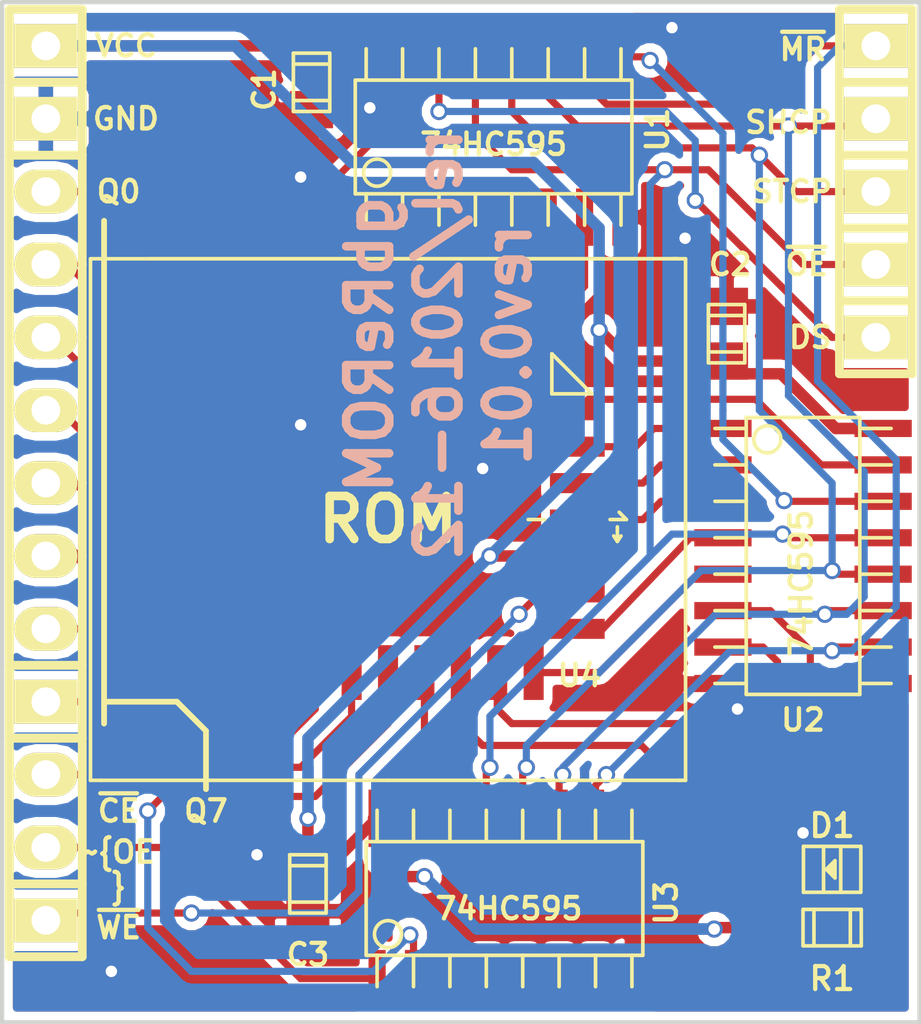
<source format=kicad_pcb>
(kicad_pcb (version 4) (host pcbnew 4.0.4-stable)

  (general
    (links 62)
    (no_connects 1)
    (area 137.084999 79.680999 169.239001 115.391001)
    (thickness 1.6)
    (drawings 26)
    (tracks 410)
    (zones 0)
    (modules 18)
    (nets 41)
  )

  (page A4)
  (title_block
    (title gbReROM)
    (date 2016-12-17)
    (rev 0.01)
    (company "1rel interactive")
  )

  (layers
    (0 F.Cu signal)
    (31 B.Cu signal)
    (32 B.Adhes user)
    (33 F.Adhes user)
    (34 B.Paste user)
    (35 F.Paste user)
    (36 B.SilkS user)
    (37 F.SilkS user)
    (38 B.Mask user)
    (39 F.Mask user)
    (40 Dwgs.User user)
    (41 Cmts.User user)
    (42 Eco1.User user)
    (43 Eco2.User user)
    (44 Edge.Cuts user)
    (45 Margin user)
    (46 B.CrtYd user)
    (47 F.CrtYd user)
    (48 B.Fab user)
    (49 F.Fab user)
  )

  (setup
    (last_trace_width 0.25)
    (trace_clearance 0.2)
    (zone_clearance 0.3)
    (zone_45_only yes)
    (trace_min 0.2)
    (segment_width 0.2)
    (edge_width 0.15)
    (via_size 0.6)
    (via_drill 0.4)
    (via_min_size 0.4)
    (via_min_drill 0.3)
    (uvia_size 0.3)
    (uvia_drill 0.1)
    (uvias_allowed no)
    (uvia_min_size 0.2)
    (uvia_min_drill 0.1)
    (pcb_text_width 0.3)
    (pcb_text_size 1.5 1.5)
    (mod_edge_width 0.15)
    (mod_text_size 1 1)
    (mod_text_width 0.15)
    (pad_size 1.524 1.524)
    (pad_drill 0.762)
    (pad_to_mask_clearance 0.2)
    (aux_axis_origin 0 0)
    (visible_elements FFFFFF7F)
    (pcbplotparams
      (layerselection 0x00030_80000001)
      (usegerberextensions false)
      (excludeedgelayer true)
      (linewidth 0.100000)
      (plotframeref false)
      (viasonmask false)
      (mode 1)
      (useauxorigin false)
      (hpglpennumber 1)
      (hpglpenspeed 20)
      (hpglpendiameter 15)
      (hpglpenoverlay 2)
      (psnegative false)
      (psa4output false)
      (plotreference true)
      (plotvalue true)
      (plotinvisibletext false)
      (padsonsilk false)
      (subtractmaskfromsilk false)
      (outputformat 1)
      (mirror false)
      (drillshape 1)
      (scaleselection 1)
      (outputdirectory ""))
  )

  (net 0 "")
  (net 1 VCC)
  (net 2 GND)
  (net 3 SERIAL_IN)
  (net 4 SHIFT_REG_CLK)
  (net 5 ~MASTER_RESET)
  (net 6 STO_REG_CLK)
  (net 7 ~OUTPUT_EN)
  (net 8 "Net-(U1-Pad9)")
  (net 9 "Net-(U2-Pad9)")
  (net 10 WE#)
  (net 11 OE#)
  (net 12 CE#)
  (net 13 Q0)
  (net 14 Q1)
  (net 15 Q2)
  (net 16 Q3)
  (net 17 Q4)
  (net 18 Q5)
  (net 19 Q6)
  (net 20 Q7)
  (net 21 A1)
  (net 22 A2)
  (net 23 A3)
  (net 24 A4)
  (net 25 A5)
  (net 26 A6)
  (net 27 A7)
  (net 28 A0)
  (net 29 A9)
  (net 30 A10)
  (net 31 A11)
  (net 32 A12)
  (net 33 A13)
  (net 34 A14)
  (net 35 A15)
  (net 36 A8)
  (net 37 A17)
  (net 38 A18)
  (net 39 A16)
  (net 40 "Net-(D1-Pad1)")

  (net_class Default "This is the default net class."
    (clearance 0.2)
    (trace_width 0.25)
    (via_dia 0.6)
    (via_drill 0.4)
    (uvia_dia 0.3)
    (uvia_drill 0.1)
    (add_net A0)
    (add_net A1)
    (add_net A10)
    (add_net A11)
    (add_net A12)
    (add_net A13)
    (add_net A14)
    (add_net A15)
    (add_net A16)
    (add_net A17)
    (add_net A18)
    (add_net A2)
    (add_net A3)
    (add_net A4)
    (add_net A5)
    (add_net A6)
    (add_net A7)
    (add_net A8)
    (add_net A9)
    (add_net CE#)
    (add_net "Net-(D1-Pad1)")
    (add_net "Net-(U1-Pad9)")
    (add_net "Net-(U2-Pad9)")
    (add_net OE#)
    (add_net Q0)
    (add_net Q1)
    (add_net Q2)
    (add_net Q3)
    (add_net Q4)
    (add_net Q5)
    (add_net Q6)
    (add_net Q7)
    (add_net SERIAL_IN)
    (add_net SHIFT_REG_CLK)
    (add_net STO_REG_CLK)
    (add_net WE#)
    (add_net ~MASTER_RESET)
    (add_net ~OUTPUT_EN)
  )

  (net_class PWR ""
    (clearance 0.3)
    (trace_width 0.4)
    (via_dia 0.6)
    (via_drill 0.4)
    (uvia_dia 0.3)
    (uvia_drill 0.1)
    (add_net GND)
    (add_net VCC)
  )

  (module 3M3221B1CT-ND (layer F.Cu) (tedit 5855E0E3) (tstamp 5855752B)
    (at 150.622 97.79 270)
    (path /58555B8E)
    (fp_text reference U4 (at 5.4356 -6.6802 360) (layer F.SilkS)
      (effects (font (size 0.7493 0.7493) (thickness 0.14986)))
    )
    (fp_text value MX29F040C (at 0.508 1.4605 270) (layer F.Fab) hide
      (effects (font (size 0.5 0.5) (thickness 0.125)))
    )
    (fp_line (start 9.09 -10.38) (end 9.09 -10.17) (layer F.SilkS) (width 0.127))
    (fp_line (start 9.09 -10.38) (end -9.09 -10.38) (layer F.SilkS) (width 0.127))
    (fp_line (start -9.09 -10.38) (end -9.09 -9.93) (layer F.SilkS) (width 0.127))
    (fp_line (start -9.09 10.38) (end -9.09 -10.13) (layer F.SilkS) (width 0.127))
    (fp_line (start -9.09 10.38) (end 9.09 10.38) (layer F.SilkS) (width 0.127))
    (fp_line (start 9.09 10.38) (end 9.09 10) (layer F.SilkS) (width 0.127))
    (fp_line (start 9.09 0) (end 9.09 10.02) (layer F.SilkS) (width 0.127))
    (fp_line (start 9.09 0) (end 9.09 -10.18) (layer F.SilkS) (width 0.127))
    (fp_line (start -9.09 0) (end -9.09 8.35) (layer F.SilkS) (width 0.127))
    (fp_line (start -9.09 0) (end -9.09 -10.13) (layer F.SilkS) (width 0.127))
    (fp_line (start 0.762 -8.001) (end 0.5715 -7.874) (layer F.SilkS) (width 0.127))
    (fp_line (start 0.254 -8.001) (end 0.762 -8.001) (layer F.SilkS) (width 0.127))
    (fp_line (start 0.762 -8.001) (end 0.5715 -8.128) (layer F.SilkS) (width 0.127))
    (fp_line (start 0 -8.3185) (end -0.254 -8.0645) (layer F.SilkS) (width 0.127))
    (fp_line (start -4.3815 -7.112) (end -5.7785 -5.715) (layer F.SilkS) (width 0.127))
    (fp_line (start -5.7785 -5.715) (end -4.3815 -5.715) (layer F.SilkS) (width 0.127))
    (fp_line (start -4.3815 -5.715) (end -4.3815 -7.112) (layer F.SilkS) (width 0.127))
    (fp_line (start 0 -5.461) (end 0 -4.8895) (layer F.SilkS) (width 0.127))
    (fp_line (start 0 -7.747) (end 0 -8.3185) (layer F.SilkS) (width 0.127))
    (pad 5 smd rect (at -5.334 -5.08) (size 0.7 1.91) (layers F.Cu F.Paste F.Mask)
      (net 27 A7))
    (pad 7 smd rect (at -5.334 -2.54) (size 0.7 1.91) (layers F.Cu F.Paste F.Mask)
      (net 25 A5))
    (pad 6 smd rect (at -5.334 -3.81) (size 0.7 1.91) (layers F.Cu F.Paste F.Mask)
      (net 26 A6))
    (pad 8 smd rect (at -5.334 -1.27) (size 0.7 1.91) (layers F.Cu F.Paste F.Mask)
      (net 24 A4))
    (pad 11 smd rect (at -5.334 2.54) (size 0.7 1.91) (layers F.Cu F.Paste F.Mask)
      (net 21 A1))
    (pad 9 smd rect (at -5.334 0) (size 0.7 1.91) (layers F.Cu F.Paste F.Mask)
      (net 23 A3))
    (pad 10 smd rect (at -5.334 1.27) (size 0.7 1.91) (layers F.Cu F.Paste F.Mask)
      (net 22 A2))
    (pad 12 smd rect (at -5.334 3.81) (size 0.7 1.91) (layers F.Cu F.Paste F.Mask)
      (net 28 A0))
    (pad 13 smd rect (at -5.334 5.08) (size 0.7 1.91) (layers F.Cu F.Paste F.Mask)
      (net 13 Q0))
    (pad 15 smd rect (at -2.54 6.604 270) (size 0.7 1.91) (layers F.Cu F.Paste F.Mask)
      (net 15 Q2))
    (pad 16 smd rect (at -1.27 6.604 270) (size 0.7 1.91) (layers F.Cu F.Paste F.Mask)
      (net 2 GND))
    (pad 14 smd rect (at -3.81 6.604 270) (size 0.7 1.91) (layers F.Cu F.Paste F.Mask)
      (net 14 Q1))
    (pad 17 smd rect (at 0 6.604 270) (size 0.7 1.91) (layers F.Cu F.Paste F.Mask)
      (net 16 Q3))
    (pad 19 smd rect (at 2.54 6.604 270) (size 0.7 1.91) (layers F.Cu F.Paste F.Mask)
      (net 18 Q5))
    (pad 18 smd rect (at 1.27 6.604 270) (size 0.7 1.91) (layers F.Cu F.Paste F.Mask)
      (net 17 Q4))
    (pad 20 smd rect (at 3.81 6.604 270) (size 0.7 1.91) (layers F.Cu F.Paste F.Mask)
      (net 19 Q6))
    (pad 21 smd rect (at 5.334 5.08) (size 0.7 1.91) (layers F.Cu F.Paste F.Mask)
      (net 20 Q7))
    (pad 22 smd rect (at 5.334 3.81) (size 0.7 1.91) (layers F.Cu F.Paste F.Mask)
      (net 12 CE#))
    (pad 24 smd rect (at 5.334 1.27) (size 0.7 1.91) (layers F.Cu F.Paste F.Mask)
      (net 11 OE#))
    (pad 25 smd rect (at 5.334 0) (size 0.7 1.91) (layers F.Cu F.Paste F.Mask)
      (net 31 A11))
    (pad 23 smd rect (at 5.334 2.54) (size 0.7 1.91) (layers F.Cu F.Paste F.Mask)
      (net 30 A10))
    (pad 26 smd rect (at 5.334 -1.27) (size 0.7 1.91) (layers F.Cu F.Paste F.Mask)
      (net 29 A9))
    (pad 28 smd rect (at 5.334 -3.81) (size 0.7 1.91) (layers F.Cu F.Paste F.Mask)
      (net 33 A13))
    (pad 27 smd rect (at 5.334 -2.54) (size 0.7 1.91) (layers F.Cu F.Paste F.Mask)
      (net 36 A8))
    (pad 29 smd rect (at 5.334 -5.08) (size 0.7 1.91) (layers F.Cu F.Paste F.Mask)
      (net 34 A14))
    (pad 30 smd rect (at 3.81 -6.604 270) (size 0.7 1.91) (layers F.Cu F.Paste F.Mask)
      (net 37 A17))
    (pad 32 smd rect (at 1.27 -6.604 270) (size 0.7 1.91) (layers F.Cu F.Paste F.Mask)
      (net 1 VCC))
    (pad 31 smd rect (at 2.54 -6.604 270) (size 0.7 1.91) (layers F.Cu F.Paste F.Mask)
      (net 10 WE#))
    (pad 1 smd rect (at 0 -6.604 270) (size 0.7 1.91) (layers F.Cu F.Paste F.Mask)
      (net 38 A18))
    (pad 4 smd rect (at -3.81 -6.604 270) (size 0.7 1.91) (layers F.Cu F.Paste F.Mask)
      (net 32 A12))
    (pad 2 smd rect (at -1.27 -6.604 270) (size 0.7 1.91) (layers F.Cu F.Paste F.Mask)
      (net 39 A16))
    (pad 3 smd rect (at -2.54 -6.604 270) (size 0.7 1.91) (layers F.Cu F.Paste F.Mask)
      (net 35 A15))
  )

  (module w_pin_strip:pin_socket_3 (layer F.Cu) (tedit 58558B62) (tstamp 58555B72)
    (at 138.684 109.22 90)
    (descr "Pin socket 3pin")
    (tags "CONN DEV")
    (path /58559B97)
    (fp_text reference K1 (at 0 -2.159 90) (layer F.SilkS) hide
      (effects (font (size 1.016 1.016) (thickness 0.2032)))
    )
    (fp_text value CONN_3 (at 0.254 -3.556 90) (layer F.SilkS) hide
      (effects (font (size 1.016 0.889) (thickness 0.2032)))
    )
    (fp_line (start -1.27 1.27) (end -1.27 -1.27) (layer F.SilkS) (width 0.3048))
    (fp_line (start -3.81 -1.27) (end 3.81 -1.27) (layer F.SilkS) (width 0.3048))
    (fp_line (start 3.81 -1.27) (end 3.81 1.27) (layer F.SilkS) (width 0.3048))
    (fp_line (start 3.81 1.27) (end -3.81 1.27) (layer F.SilkS) (width 0.3048))
    (fp_line (start -3.81 1.27) (end -3.81 -1.27) (layer F.SilkS) (width 0.3048))
    (pad 1 thru_hole rect (at -2.54 0 90) (size 1.524 2.19964) (drill 1.00076) (layers *.Cu *.Mask F.SilkS)
      (net 10 WE#))
    (pad 2 thru_hole oval (at 0 0 90) (size 1.524 2.19964) (drill 1.00076) (layers *.Cu *.Mask F.SilkS)
      (net 11 OE#))
    (pad 3 thru_hole oval (at 2.54 0 90) (size 1.524 2.19964) (drill 1.00076) (layers *.Cu *.Mask F.SilkS)
      (net 12 CE#))
    (model walter/pin_strip/pin_socket_3.wrl
      (at (xyz 0 0 0))
      (scale (xyz 1 1 1))
      (rotate (xyz 0 0 0))
    )
  )

  (module w_pin_strip:pin_socket_8 (layer F.Cu) (tedit 58558B65) (tstamp 58555B7E)
    (at 138.684 95.25 90)
    (descr "Pin socket 8pin")
    (tags "CONN DEV")
    (path /58559632)
    (fp_text reference P1 (at 0 -2.159 180) (layer F.SilkS) hide
      (effects (font (size 1.016 1.016) (thickness 0.2032)))
    )
    (fp_text value CONN_8 (at 0.254 -3.556 90) (layer F.SilkS) hide
      (effects (font (size 1.016 0.889) (thickness 0.2032)))
    )
    (fp_line (start -7.62 -1.27) (end -7.62 1.27) (layer F.SilkS) (width 0.3048))
    (fp_line (start -10.16 -1.27) (end 10.16 -1.27) (layer F.SilkS) (width 0.3048))
    (fp_line (start 10.16 -1.27) (end 10.16 1.27) (layer F.SilkS) (width 0.3048))
    (fp_line (start 10.16 1.27) (end -10.16 1.27) (layer F.SilkS) (width 0.3048))
    (fp_line (start -10.16 1.27) (end -10.16 -1.27) (layer F.SilkS) (width 0.3048))
    (pad 1 thru_hole rect (at -8.89 0 90) (size 1.524 2.19964) (drill 1.00076) (layers *.Cu *.Mask F.SilkS)
      (net 20 Q7))
    (pad 2 thru_hole oval (at -6.35 0 90) (size 1.524 2.19964) (drill 1.00076) (layers *.Cu *.Mask F.SilkS)
      (net 19 Q6))
    (pad 3 thru_hole oval (at -3.81 0 90) (size 1.524 2.19964) (drill 1.00076) (layers *.Cu *.Mask F.SilkS)
      (net 18 Q5))
    (pad 4 thru_hole oval (at -1.27 0 90) (size 1.524 2.19964) (drill 1.00076) (layers *.Cu *.Mask F.SilkS)
      (net 17 Q4))
    (pad 5 thru_hole oval (at 1.27 0 90) (size 1.524 2.19964) (drill 1.00076) (layers *.Cu *.Mask F.SilkS)
      (net 16 Q3))
    (pad 6 thru_hole oval (at 3.81 0 90) (size 1.524 2.19964) (drill 1.00076) (layers *.Cu *.Mask F.SilkS)
      (net 15 Q2))
    (pad 7 thru_hole oval (at 6.35 0 90) (size 1.524 2.19964) (drill 1.00076) (layers *.Cu *.Mask F.SilkS)
      (net 14 Q1))
    (pad 8 thru_hole oval (at 8.89 0 90) (size 1.524 2.19964) (drill 1.00076) (layers *.Cu *.Mask F.SilkS)
      (net 13 Q0))
    (model walter/pin_strip/pin_socket_8.wrl
      (at (xyz 0 0 0))
      (scale (xyz 1 1 1))
      (rotate (xyz 0 0 0))
    )
  )

  (module w_pin_strip:pin_socket_1 (layer F.Cu) (tedit 58557A6E) (tstamp 58555B83)
    (at 138.684 81.28 90)
    (descr "Pin socket 1pin")
    (tags "CONN DEV")
    (path /58554A02)
    (fp_text reference P2 (at 0 -2.159 90) (layer F.SilkS) hide
      (effects (font (size 1.016 1.016) (thickness 0.2032)))
    )
    (fp_text value CONN_1 (at 0.254 -3.556 90) (layer F.SilkS) hide
      (effects (font (size 1.016 0.889) (thickness 0.2032)))
    )
    (fp_line (start 1.27 1.27) (end -1.27 1.27) (layer F.SilkS) (width 0.3048))
    (fp_line (start -1.27 -1.27) (end 1.27 -1.27) (layer F.SilkS) (width 0.3048))
    (fp_line (start -1.27 1.27) (end -1.27 -1.27) (layer F.SilkS) (width 0.3048))
    (fp_line (start 1.27 -1.27) (end 1.27 1.27) (layer F.SilkS) (width 0.3048))
    (pad 1 thru_hole rect (at 0 0 90) (size 1.524 2.19964) (drill 1.00076) (layers *.Cu *.Mask F.SilkS)
      (net 1 VCC))
    (model walter/pin_strip/pin_socket_1.wrl
      (at (xyz 0 0 0))
      (scale (xyz 1 1 1))
      (rotate (xyz 0 0 0))
    )
  )

  (module w_pin_strip:pin_socket_1 (layer F.Cu) (tedit 58557A70) (tstamp 58555B88)
    (at 138.684 83.82 90)
    (descr "Pin socket 1pin")
    (tags "CONN DEV")
    (path /58554AE1)
    (fp_text reference P3 (at 0 -2.159 90) (layer F.SilkS) hide
      (effects (font (size 1.016 1.016) (thickness 0.2032)))
    )
    (fp_text value CONN_1 (at 0.254 -3.556 90) (layer F.SilkS) hide
      (effects (font (size 1.016 0.889) (thickness 0.2032)))
    )
    (fp_line (start 1.27 1.27) (end -1.27 1.27) (layer F.SilkS) (width 0.3048))
    (fp_line (start -1.27 -1.27) (end 1.27 -1.27) (layer F.SilkS) (width 0.3048))
    (fp_line (start -1.27 1.27) (end -1.27 -1.27) (layer F.SilkS) (width 0.3048))
    (fp_line (start 1.27 -1.27) (end 1.27 1.27) (layer F.SilkS) (width 0.3048))
    (pad 1 thru_hole rect (at 0 0 90) (size 1.524 2.19964) (drill 1.00076) (layers *.Cu *.Mask F.SilkS)
      (net 2 GND))
    (model walter/pin_strip/pin_socket_1.wrl
      (at (xyz 0 0 0))
      (scale (xyz 1 1 1))
      (rotate (xyz 0 0 0))
    )
  )

  (module w_pin_strip:pin_socket_1 (layer F.Cu) (tedit 58558B75) (tstamp 58555B8D)
    (at 167.64 91.44 90)
    (descr "Pin socket 1pin")
    (tags "CONN DEV")
    (path /5855A2CE)
    (fp_text reference P4 (at 0 -2.159 90) (layer F.SilkS) hide
      (effects (font (size 1.016 1.016) (thickness 0.2032)))
    )
    (fp_text value CONN_1 (at 0.254 -3.556 90) (layer F.SilkS) hide
      (effects (font (size 1.016 0.889) (thickness 0.2032)))
    )
    (fp_line (start 1.27 1.27) (end -1.27 1.27) (layer F.SilkS) (width 0.3048))
    (fp_line (start -1.27 -1.27) (end 1.27 -1.27) (layer F.SilkS) (width 0.3048))
    (fp_line (start -1.27 1.27) (end -1.27 -1.27) (layer F.SilkS) (width 0.3048))
    (fp_line (start 1.27 -1.27) (end 1.27 1.27) (layer F.SilkS) (width 0.3048))
    (pad 1 thru_hole rect (at 0 0 90) (size 1.524 2.19964) (drill 1.00076) (layers *.Cu *.Mask F.SilkS)
      (net 3 SERIAL_IN))
    (model walter/pin_strip/pin_socket_1.wrl
      (at (xyz 0 0 0))
      (scale (xyz 1 1 1))
      (rotate (xyz 0 0 0))
    )
  )

  (module w_pin_strip:pin_socket_1 (layer F.Cu) (tedit 58558B6B) (tstamp 58555B92)
    (at 167.64 83.82 90)
    (descr "Pin socket 1pin")
    (tags "CONN DEV")
    (path /5855A72D)
    (fp_text reference P5 (at 0 -2.159 90) (layer F.SilkS) hide
      (effects (font (size 1.016 1.016) (thickness 0.2032)))
    )
    (fp_text value CONN_1 (at 0.254 -3.556 90) (layer F.SilkS) hide
      (effects (font (size 1.016 0.889) (thickness 0.2032)))
    )
    (fp_line (start 1.27 1.27) (end -1.27 1.27) (layer F.SilkS) (width 0.3048))
    (fp_line (start -1.27 -1.27) (end 1.27 -1.27) (layer F.SilkS) (width 0.3048))
    (fp_line (start -1.27 1.27) (end -1.27 -1.27) (layer F.SilkS) (width 0.3048))
    (fp_line (start 1.27 -1.27) (end 1.27 1.27) (layer F.SilkS) (width 0.3048))
    (pad 1 thru_hole rect (at 0 0 90) (size 1.524 2.19964) (drill 1.00076) (layers *.Cu *.Mask F.SilkS)
      (net 4 SHIFT_REG_CLK))
    (model walter/pin_strip/pin_socket_1.wrl
      (at (xyz 0 0 0))
      (scale (xyz 1 1 1))
      (rotate (xyz 0 0 0))
    )
  )

  (module w_pin_strip:pin_socket_1 (layer F.Cu) (tedit 58558B67) (tstamp 58555B97)
    (at 167.64 81.28 90)
    (descr "Pin socket 1pin")
    (tags "CONN DEV")
    (path /5855A782)
    (fp_text reference P6 (at 0 -2.159 90) (layer F.SilkS) hide
      (effects (font (size 1.016 1.016) (thickness 0.2032)))
    )
    (fp_text value CONN_1 (at 0.254 -3.556 90) (layer F.SilkS) hide
      (effects (font (size 1.016 0.889) (thickness 0.2032)))
    )
    (fp_line (start 1.27 1.27) (end -1.27 1.27) (layer F.SilkS) (width 0.3048))
    (fp_line (start -1.27 -1.27) (end 1.27 -1.27) (layer F.SilkS) (width 0.3048))
    (fp_line (start -1.27 1.27) (end -1.27 -1.27) (layer F.SilkS) (width 0.3048))
    (fp_line (start 1.27 -1.27) (end 1.27 1.27) (layer F.SilkS) (width 0.3048))
    (pad 1 thru_hole rect (at 0 0 90) (size 1.524 2.19964) (drill 1.00076) (layers *.Cu *.Mask F.SilkS)
      (net 5 ~MASTER_RESET))
    (model walter/pin_strip/pin_socket_1.wrl
      (at (xyz 0 0 0))
      (scale (xyz 1 1 1))
      (rotate (xyz 0 0 0))
    )
  )

  (module w_pin_strip:pin_socket_1 (layer F.Cu) (tedit 58558B6D) (tstamp 58555B9C)
    (at 167.64 86.36 90)
    (descr "Pin socket 1pin")
    (tags "CONN DEV")
    (path /5855A7BA)
    (fp_text reference P7 (at 0 -2.159 90) (layer F.SilkS) hide
      (effects (font (size 1.016 1.016) (thickness 0.2032)))
    )
    (fp_text value CONN_1 (at 0.254 -3.556 90) (layer F.SilkS) hide
      (effects (font (size 1.016 0.889) (thickness 0.2032)))
    )
    (fp_line (start 1.27 1.27) (end -1.27 1.27) (layer F.SilkS) (width 0.3048))
    (fp_line (start -1.27 -1.27) (end 1.27 -1.27) (layer F.SilkS) (width 0.3048))
    (fp_line (start -1.27 1.27) (end -1.27 -1.27) (layer F.SilkS) (width 0.3048))
    (fp_line (start 1.27 -1.27) (end 1.27 1.27) (layer F.SilkS) (width 0.3048))
    (pad 1 thru_hole rect (at 0 0 90) (size 1.524 2.19964) (drill 1.00076) (layers *.Cu *.Mask F.SilkS)
      (net 6 STO_REG_CLK))
    (model walter/pin_strip/pin_socket_1.wrl
      (at (xyz 0 0 0))
      (scale (xyz 1 1 1))
      (rotate (xyz 0 0 0))
    )
  )

  (module w_pin_strip:pin_socket_1 (layer F.Cu) (tedit 58558B71) (tstamp 58555BA1)
    (at 167.64 88.9 90)
    (descr "Pin socket 1pin")
    (tags "CONN DEV")
    (path /5855A7F5)
    (fp_text reference P8 (at 0 -2.159 90) (layer F.SilkS) hide
      (effects (font (size 1.016 1.016) (thickness 0.2032)))
    )
    (fp_text value CONN_1 (at 0.254 -3.556 90) (layer F.SilkS) hide
      (effects (font (size 1.016 0.889) (thickness 0.2032)))
    )
    (fp_line (start 1.27 1.27) (end -1.27 1.27) (layer F.SilkS) (width 0.3048))
    (fp_line (start -1.27 -1.27) (end 1.27 -1.27) (layer F.SilkS) (width 0.3048))
    (fp_line (start -1.27 1.27) (end -1.27 -1.27) (layer F.SilkS) (width 0.3048))
    (fp_line (start 1.27 -1.27) (end 1.27 1.27) (layer F.SilkS) (width 0.3048))
    (pad 1 thru_hole rect (at 0 0 90) (size 1.524 2.19964) (drill 1.00076) (layers *.Cu *.Mask F.SilkS)
      (net 7 ~OUTPUT_EN))
    (model walter/pin_strip/pin_socket_1.wrl
      (at (xyz 0 0 0))
      (scale (xyz 1 1 1))
      (rotate (xyz 0 0 0))
    )
  )

  (module w_smd_dil:so-16 (layer F.Cu) (tedit 58558B1C) (tstamp 58555BB5)
    (at 154.305 84.455)
    (descr SO-16)
    (path /585555F7)
    (fp_text reference U1 (at 5.715 -0.254 90) (layer F.SilkS)
      (effects (font (size 0.7493 0.7493) (thickness 0.14986)))
    )
    (fp_text value 74HC595 (at 0 0.254) (layer F.SilkS)
      (effects (font (size 0.7493 0.7493) (thickness 0.14986)))
    )
    (fp_line (start -1.905 -1.9812) (end -1.905 -3.0734) (layer F.SilkS) (width 0.127))
    (fp_line (start -0.635 -1.9812) (end -0.635 -3.0734) (layer F.SilkS) (width 0.127))
    (fp_line (start 0.635 -1.9812) (end 0.635 -3.0734) (layer F.SilkS) (width 0.127))
    (fp_line (start -3.175 -1.9812) (end -3.175 -3.0734) (layer F.SilkS) (width 0.127))
    (fp_line (start -4.445 -3.0734) (end -4.445 -1.9812) (layer F.SilkS) (width 0.127))
    (fp_line (start 1.905 -3.0734) (end 1.905 -1.9812) (layer F.SilkS) (width 0.127))
    (fp_line (start 3.175 -3.0734) (end 3.175 -1.9812) (layer F.SilkS) (width 0.127))
    (fp_line (start 4.445 -3.0734) (end 4.445 -1.9812) (layer F.SilkS) (width 0.127))
    (fp_line (start 4.445 1.9812) (end 4.445 3.0734) (layer F.SilkS) (width 0.127))
    (fp_line (start 3.175 1.9812) (end 3.175 3.0734) (layer F.SilkS) (width 0.127))
    (fp_line (start 1.905 1.9812) (end 1.905 3.0734) (layer F.SilkS) (width 0.127))
    (fp_line (start -4.445 1.9812) (end -4.445 3.0734) (layer F.SilkS) (width 0.127))
    (fp_line (start -3.175 3.0734) (end -3.175 1.9812) (layer F.SilkS) (width 0.127))
    (fp_line (start 0.635 3.0734) (end 0.635 1.9812) (layer F.SilkS) (width 0.127))
    (fp_line (start -0.635 3.0734) (end -0.635 1.9812) (layer F.SilkS) (width 0.127))
    (fp_line (start -1.905 3.0734) (end -1.905 1.9812) (layer F.SilkS) (width 0.127))
    (fp_circle (center -4.064 1.2446) (end -4.3434 1.6256) (layer F.SilkS) (width 0.127))
    (fp_line (start -4.826 -1.9812) (end -4.826 1.9812) (layer F.SilkS) (width 0.127))
    (fp_line (start -4.826 1.9812) (end 4.826 1.9812) (layer F.SilkS) (width 0.127))
    (fp_line (start 4.826 1.9812) (end 4.826 -1.9812) (layer F.SilkS) (width 0.127))
    (fp_line (start 4.826 -1.9812) (end -4.826 -1.9812) (layer F.SilkS) (width 0.127))
    (pad 1 smd rect (at -4.445 2.794) (size 0.59944 1.99898) (layers F.Cu F.Paste F.Mask)
      (net 21 A1))
    (pad 2 smd rect (at -3.175 2.794) (size 0.59944 1.99898) (layers F.Cu F.Paste F.Mask)
      (net 22 A2))
    (pad 3 smd rect (at -1.905 2.794) (size 0.59944 1.99898) (layers F.Cu F.Paste F.Mask)
      (net 23 A3))
    (pad 4 smd rect (at -0.635 2.794) (size 0.59944 1.99898) (layers F.Cu F.Paste F.Mask)
      (net 24 A4))
    (pad 5 smd rect (at 0.635 2.794) (size 0.59944 1.99898) (layers F.Cu F.Paste F.Mask)
      (net 25 A5))
    (pad 6 smd rect (at 1.905 2.794) (size 0.59944 1.99898) (layers F.Cu F.Paste F.Mask)
      (net 26 A6))
    (pad 7 smd rect (at 3.175 2.794) (size 0.59944 1.99898) (layers F.Cu F.Paste F.Mask)
      (net 27 A7))
    (pad 8 smd rect (at 4.445 2.794) (size 0.59944 1.99898) (layers F.Cu F.Paste F.Mask)
      (net 2 GND))
    (pad 9 smd rect (at 4.445 -2.794) (size 0.59944 1.99898) (layers F.Cu F.Paste F.Mask)
      (net 8 "Net-(U1-Pad9)"))
    (pad 10 smd rect (at 3.175 -2.794) (size 0.59944 1.99898) (layers F.Cu F.Paste F.Mask)
      (net 5 ~MASTER_RESET))
    (pad 11 smd rect (at 1.905 -2.794) (size 0.59944 1.99898) (layers F.Cu F.Paste F.Mask)
      (net 4 SHIFT_REG_CLK))
    (pad 12 smd rect (at 0.635 -2.794) (size 0.59944 1.99898) (layers F.Cu F.Paste F.Mask)
      (net 6 STO_REG_CLK))
    (pad 13 smd rect (at -0.635 -2.794) (size 0.59944 1.99898) (layers F.Cu F.Paste F.Mask)
      (net 7 ~OUTPUT_EN))
    (pad 14 smd rect (at -1.905 -2.794) (size 0.59944 1.99898) (layers F.Cu F.Paste F.Mask)
      (net 3 SERIAL_IN))
    (pad 15 smd rect (at -3.175 -2.794) (size 0.59944 1.99898) (layers F.Cu F.Paste F.Mask)
      (net 28 A0))
    (pad 16 smd rect (at -4.445 -2.794) (size 0.59944 1.99898) (layers F.Cu F.Paste F.Mask)
      (net 1 VCC))
    (model walter/smd_dil/so-16.wrl
      (at (xyz 0 0 0))
      (scale (xyz 1 1 1))
      (rotate (xyz 0 0 0))
    )
  )

  (module w_smd_dil:so-16 (layer F.Cu) (tedit 58558B23) (tstamp 58555BC9)
    (at 165.1 99.06 270)
    (descr SO-16)
    (path /58555328)
    (fp_text reference U2 (at 5.715 0 360) (layer F.SilkS)
      (effects (font (size 0.7493 0.7493) (thickness 0.14986)))
    )
    (fp_text value 74HC595 (at 0.9525 0.0635 270) (layer F.SilkS)
      (effects (font (size 0.7493 0.7493) (thickness 0.14986)))
    )
    (fp_line (start -1.905 -1.9812) (end -1.905 -3.0734) (layer F.SilkS) (width 0.127))
    (fp_line (start -0.635 -1.9812) (end -0.635 -3.0734) (layer F.SilkS) (width 0.127))
    (fp_line (start 0.635 -1.9812) (end 0.635 -3.0734) (layer F.SilkS) (width 0.127))
    (fp_line (start -3.175 -1.9812) (end -3.175 -3.0734) (layer F.SilkS) (width 0.127))
    (fp_line (start -4.445 -3.0734) (end -4.445 -1.9812) (layer F.SilkS) (width 0.127))
    (fp_line (start 1.905 -3.0734) (end 1.905 -1.9812) (layer F.SilkS) (width 0.127))
    (fp_line (start 3.175 -3.0734) (end 3.175 -1.9812) (layer F.SilkS) (width 0.127))
    (fp_line (start 4.445 -3.0734) (end 4.445 -1.9812) (layer F.SilkS) (width 0.127))
    (fp_line (start 4.445 1.9812) (end 4.445 3.0734) (layer F.SilkS) (width 0.127))
    (fp_line (start 3.175 1.9812) (end 3.175 3.0734) (layer F.SilkS) (width 0.127))
    (fp_line (start 1.905 1.9812) (end 1.905 3.0734) (layer F.SilkS) (width 0.127))
    (fp_line (start -4.445 1.9812) (end -4.445 3.0734) (layer F.SilkS) (width 0.127))
    (fp_line (start -3.175 3.0734) (end -3.175 1.9812) (layer F.SilkS) (width 0.127))
    (fp_line (start 0.635 3.0734) (end 0.635 1.9812) (layer F.SilkS) (width 0.127))
    (fp_line (start -0.635 3.0734) (end -0.635 1.9812) (layer F.SilkS) (width 0.127))
    (fp_line (start -1.905 3.0734) (end -1.905 1.9812) (layer F.SilkS) (width 0.127))
    (fp_circle (center -4.064 1.2446) (end -4.3434 1.6256) (layer F.SilkS) (width 0.127))
    (fp_line (start -4.826 -1.9812) (end -4.826 1.9812) (layer F.SilkS) (width 0.127))
    (fp_line (start -4.826 1.9812) (end 4.826 1.9812) (layer F.SilkS) (width 0.127))
    (fp_line (start 4.826 1.9812) (end 4.826 -1.9812) (layer F.SilkS) (width 0.127))
    (fp_line (start 4.826 -1.9812) (end -4.826 -1.9812) (layer F.SilkS) (width 0.127))
    (pad 1 smd rect (at -4.445 2.794 270) (size 0.59944 1.99898) (layers F.Cu F.Paste F.Mask)
      (net 35 A15))
    (pad 2 smd rect (at -3.175 2.794 270) (size 0.59944 1.99898) (layers F.Cu F.Paste F.Mask)
      (net 39 A16))
    (pad 3 smd rect (at -1.905 2.794 270) (size 0.59944 1.99898) (layers F.Cu F.Paste F.Mask)
      (net 38 A18))
    (pad 4 smd rect (at -0.635 2.794 270) (size 0.59944 1.99898) (layers F.Cu F.Paste F.Mask)
      (net 37 A17))
    (pad 5 smd rect (at 0.635 2.794 270) (size 0.59944 1.99898) (layers F.Cu F.Paste F.Mask)
      (net 34 A14))
    (pad 6 smd rect (at 1.905 2.794 270) (size 0.59944 1.99898) (layers F.Cu F.Paste F.Mask)
      (net 36 A8))
    (pad 7 smd rect (at 3.175 2.794 270) (size 0.59944 1.99898) (layers F.Cu F.Paste F.Mask)
      (net 33 A13))
    (pad 8 smd rect (at 4.445 2.794 270) (size 0.59944 1.99898) (layers F.Cu F.Paste F.Mask)
      (net 2 GND))
    (pad 9 smd rect (at 4.445 -2.794 270) (size 0.59944 1.99898) (layers F.Cu F.Paste F.Mask)
      (net 9 "Net-(U2-Pad9)"))
    (pad 10 smd rect (at 3.175 -2.794 270) (size 0.59944 1.99898) (layers F.Cu F.Paste F.Mask)
      (net 5 ~MASTER_RESET))
    (pad 11 smd rect (at 1.905 -2.794 270) (size 0.59944 1.99898) (layers F.Cu F.Paste F.Mask)
      (net 4 SHIFT_REG_CLK))
    (pad 12 smd rect (at 0.635 -2.794 270) (size 0.59944 1.99898) (layers F.Cu F.Paste F.Mask)
      (net 6 STO_REG_CLK))
    (pad 13 smd rect (at -0.635 -2.794 270) (size 0.59944 1.99898) (layers F.Cu F.Paste F.Mask)
      (net 7 ~OUTPUT_EN))
    (pad 14 smd rect (at -1.905 -2.794 270) (size 0.59944 1.99898) (layers F.Cu F.Paste F.Mask)
      (net 8 "Net-(U1-Pad9)"))
    (pad 15 smd rect (at -3.175 -2.794 270) (size 0.59944 1.99898) (layers F.Cu F.Paste F.Mask)
      (net 32 A12))
    (pad 16 smd rect (at -4.445 -2.794 270) (size 0.59944 1.99898) (layers F.Cu F.Paste F.Mask)
      (net 1 VCC))
    (model walter/smd_dil/so-16.wrl
      (at (xyz 0 0 0))
      (scale (xyz 1 1 1))
      (rotate (xyz 0 0 0))
    )
  )

  (module w_smd_dil:so-16 (layer F.Cu) (tedit 58558B92) (tstamp 58555BDD)
    (at 154.686 110.998)
    (descr SO-16)
    (path /585558F7)
    (fp_text reference U3 (at 5.6388 0.1524 90) (layer F.SilkS)
      (effects (font (size 0.7493 0.7493) (thickness 0.14986)))
    )
    (fp_text value 74HC595 (at 0.1524 0.3556) (layer F.SilkS)
      (effects (font (size 0.7493 0.7493) (thickness 0.14986)))
    )
    (fp_line (start -1.905 -1.9812) (end -1.905 -3.0734) (layer F.SilkS) (width 0.127))
    (fp_line (start -0.635 -1.9812) (end -0.635 -3.0734) (layer F.SilkS) (width 0.127))
    (fp_line (start 0.635 -1.9812) (end 0.635 -3.0734) (layer F.SilkS) (width 0.127))
    (fp_line (start -3.175 -1.9812) (end -3.175 -3.0734) (layer F.SilkS) (width 0.127))
    (fp_line (start -4.445 -3.0734) (end -4.445 -1.9812) (layer F.SilkS) (width 0.127))
    (fp_line (start 1.905 -3.0734) (end 1.905 -1.9812) (layer F.SilkS) (width 0.127))
    (fp_line (start 3.175 -3.0734) (end 3.175 -1.9812) (layer F.SilkS) (width 0.127))
    (fp_line (start 4.445 -3.0734) (end 4.445 -1.9812) (layer F.SilkS) (width 0.127))
    (fp_line (start 4.445 1.9812) (end 4.445 3.0734) (layer F.SilkS) (width 0.127))
    (fp_line (start 3.175 1.9812) (end 3.175 3.0734) (layer F.SilkS) (width 0.127))
    (fp_line (start 1.905 1.9812) (end 1.905 3.0734) (layer F.SilkS) (width 0.127))
    (fp_line (start -4.445 1.9812) (end -4.445 3.0734) (layer F.SilkS) (width 0.127))
    (fp_line (start -3.175 3.0734) (end -3.175 1.9812) (layer F.SilkS) (width 0.127))
    (fp_line (start 0.635 3.0734) (end 0.635 1.9812) (layer F.SilkS) (width 0.127))
    (fp_line (start -0.635 3.0734) (end -0.635 1.9812) (layer F.SilkS) (width 0.127))
    (fp_line (start -1.905 3.0734) (end -1.905 1.9812) (layer F.SilkS) (width 0.127))
    (fp_circle (center -4.064 1.2446) (end -4.3434 1.6256) (layer F.SilkS) (width 0.127))
    (fp_line (start -4.826 -1.9812) (end -4.826 1.9812) (layer F.SilkS) (width 0.127))
    (fp_line (start -4.826 1.9812) (end 4.826 1.9812) (layer F.SilkS) (width 0.127))
    (fp_line (start 4.826 1.9812) (end 4.826 -1.9812) (layer F.SilkS) (width 0.127))
    (fp_line (start 4.826 -1.9812) (end -4.826 -1.9812) (layer F.SilkS) (width 0.127))
    (pad 1 smd rect (at -4.445 2.794) (size 0.59944 1.99898) (layers F.Cu F.Paste F.Mask)
      (net 31 A11))
    (pad 2 smd rect (at -3.175 2.794) (size 0.59944 1.99898) (layers F.Cu F.Paste F.Mask)
      (net 30 A10))
    (pad 3 smd rect (at -1.905 2.794) (size 0.59944 1.99898) (layers F.Cu F.Paste F.Mask))
    (pad 4 smd rect (at -0.635 2.794) (size 0.59944 1.99898) (layers F.Cu F.Paste F.Mask))
    (pad 5 smd rect (at 0.635 2.794) (size 0.59944 1.99898) (layers F.Cu F.Paste F.Mask))
    (pad 6 smd rect (at 1.905 2.794) (size 0.59944 1.99898) (layers F.Cu F.Paste F.Mask))
    (pad 7 smd rect (at 3.175 2.794) (size 0.59944 1.99898) (layers F.Cu F.Paste F.Mask))
    (pad 8 smd rect (at 4.445 2.794) (size 0.59944 1.99898) (layers F.Cu F.Paste F.Mask)
      (net 2 GND))
    (pad 9 smd rect (at 4.445 -2.794) (size 0.59944 1.99898) (layers F.Cu F.Paste F.Mask))
    (pad 10 smd rect (at 3.175 -2.794) (size 0.59944 1.99898) (layers F.Cu F.Paste F.Mask)
      (net 5 ~MASTER_RESET))
    (pad 11 smd rect (at 1.905 -2.794) (size 0.59944 1.99898) (layers F.Cu F.Paste F.Mask)
      (net 4 SHIFT_REG_CLK))
    (pad 12 smd rect (at 0.635 -2.794) (size 0.59944 1.99898) (layers F.Cu F.Paste F.Mask)
      (net 6 STO_REG_CLK))
    (pad 13 smd rect (at -0.635 -2.794) (size 0.59944 1.99898) (layers F.Cu F.Paste F.Mask)
      (net 7 ~OUTPUT_EN))
    (pad 14 smd rect (at -1.905 -2.794) (size 0.59944 1.99898) (layers F.Cu F.Paste F.Mask)
      (net 9 "Net-(U2-Pad9)"))
    (pad 15 smd rect (at -3.175 -2.794) (size 0.59944 1.99898) (layers F.Cu F.Paste F.Mask)
      (net 29 A9))
    (pad 16 smd rect (at -4.445 -2.794) (size 0.59944 1.99898) (layers F.Cu F.Paste F.Mask)
      (net 1 VCC))
    (model walter/smd_dil/so-16.wrl
      (at (xyz 0 0 0))
      (scale (xyz 1 1 1))
      (rotate (xyz 0 0 0))
    )
  )

  (module w_smd_cap:c_0805 (layer F.Cu) (tedit 5855E0AD) (tstamp 58558BFE)
    (at 147.955 82.55 90)
    (descr "SMT capacitor, 0805")
    (path /58554BB6)
    (fp_text reference C1 (at -0.254 -1.651 90) (layer F.SilkS)
      (effects (font (size 0.7493 0.7493) (thickness 0.14986)))
    )
    (fp_text value 100n (at 0 0.9906 90) (layer F.SilkS) hide
      (effects (font (size 0.29972 0.29972) (thickness 0.06096)))
    )
    (fp_line (start 0.635 -0.635) (end 0.635 0.635) (layer F.SilkS) (width 0.127))
    (fp_line (start -0.635 -0.635) (end -0.635 0.6096) (layer F.SilkS) (width 0.127))
    (fp_line (start -1.016 -0.635) (end 1.016 -0.635) (layer F.SilkS) (width 0.127))
    (fp_line (start 1.016 -0.635) (end 1.016 0.635) (layer F.SilkS) (width 0.127))
    (fp_line (start 1.016 0.635) (end -1.016 0.635) (layer F.SilkS) (width 0.127))
    (fp_line (start -1.016 0.635) (end -1.016 -0.635) (layer F.SilkS) (width 0.127))
    (pad 1 smd rect (at 0.9525 0 90) (size 1.30048 1.4986) (layers F.Cu F.Paste F.Mask)
      (net 1 VCC))
    (pad 2 smd rect (at -0.9525 0 90) (size 1.30048 1.4986) (layers F.Cu F.Paste F.Mask)
      (net 2 GND))
    (model walter/smd_cap/c_0805.wrl
      (at (xyz 0 0 0))
      (scale (xyz 1 1 1))
      (rotate (xyz 0 0 0))
    )
  )

  (module w_smd_cap:c_0805 (layer F.Cu) (tedit 5855DFF9) (tstamp 58558C03)
    (at 162.433 91.313 270)
    (descr "SMT capacitor, 0805")
    (path /5855B241)
    (fp_text reference C2 (at -2.413 -0.127 360) (layer F.SilkS)
      (effects (font (size 0.7493 0.7493) (thickness 0.14986)))
    )
    (fp_text value 100n (at 0 0.9906 270) (layer F.SilkS) hide
      (effects (font (size 0.29972 0.29972) (thickness 0.06096)))
    )
    (fp_line (start 0.635 -0.635) (end 0.635 0.635) (layer F.SilkS) (width 0.127))
    (fp_line (start -0.635 -0.635) (end -0.635 0.6096) (layer F.SilkS) (width 0.127))
    (fp_line (start -1.016 -0.635) (end 1.016 -0.635) (layer F.SilkS) (width 0.127))
    (fp_line (start 1.016 -0.635) (end 1.016 0.635) (layer F.SilkS) (width 0.127))
    (fp_line (start 1.016 0.635) (end -1.016 0.635) (layer F.SilkS) (width 0.127))
    (fp_line (start -1.016 0.635) (end -1.016 -0.635) (layer F.SilkS) (width 0.127))
    (pad 1 smd rect (at 0.9525 0 270) (size 1.30048 1.4986) (layers F.Cu F.Paste F.Mask)
      (net 1 VCC))
    (pad 2 smd rect (at -0.9525 0 270) (size 1.30048 1.4986) (layers F.Cu F.Paste F.Mask)
      (net 2 GND))
    (model walter/smd_cap/c_0805.wrl
      (at (xyz 0 0 0))
      (scale (xyz 1 1 1))
      (rotate (xyz 0 0 0))
    )
  )

  (module w_smd_cap:c_0805 (layer F.Cu) (tedit 58558BE1) (tstamp 58558C08)
    (at 147.828 110.49 90)
    (descr "SMT capacitor, 0805")
    (path /5855B286)
    (fp_text reference C3 (at -2.4638 0 180) (layer F.SilkS)
      (effects (font (size 0.7493 0.7493) (thickness 0.14986)))
    )
    (fp_text value 100n (at 0 0.9906 90) (layer F.SilkS) hide
      (effects (font (size 0.29972 0.29972) (thickness 0.06096)))
    )
    (fp_line (start 0.635 -0.635) (end 0.635 0.635) (layer F.SilkS) (width 0.127))
    (fp_line (start -0.635 -0.635) (end -0.635 0.6096) (layer F.SilkS) (width 0.127))
    (fp_line (start -1.016 -0.635) (end 1.016 -0.635) (layer F.SilkS) (width 0.127))
    (fp_line (start 1.016 -0.635) (end 1.016 0.635) (layer F.SilkS) (width 0.127))
    (fp_line (start 1.016 0.635) (end -1.016 0.635) (layer F.SilkS) (width 0.127))
    (fp_line (start -1.016 0.635) (end -1.016 -0.635) (layer F.SilkS) (width 0.127))
    (pad 1 smd rect (at 0.9525 0 90) (size 1.30048 1.4986) (layers F.Cu F.Paste F.Mask)
      (net 1 VCC))
    (pad 2 smd rect (at -0.9525 0 90) (size 1.30048 1.4986) (layers F.Cu F.Paste F.Mask)
      (net 2 GND))
    (model walter/smd_cap/c_0805.wrl
      (at (xyz 0 0 0))
      (scale (xyz 1 1 1))
      (rotate (xyz 0 0 0))
    )
  )

  (module w_smd_leds:Led_0805 (layer F.Cu) (tedit 58558BC3) (tstamp 58558C17)
    (at 166.116 109.982 180)
    (descr "SMD LED, 0805")
    (path /5855DF3C)
    (fp_text reference D1 (at 0 1.524 360) (layer F.SilkS)
      (effects (font (size 0.8001 0.8001) (thickness 0.14986)))
    )
    (fp_text value LED (at 0.1016 1.6256 180) (layer F.SilkS) hide
      (effects (font (size 0.8001 0.8001) (thickness 0.14986)))
    )
    (fp_line (start 0.20066 0) (end -0.09906 -0.29972) (layer F.SilkS) (width 0.127))
    (fp_line (start -0.09906 -0.29972) (end -0.09906 0.29972) (layer F.SilkS) (width 0.127))
    (fp_line (start -0.09906 0.29972) (end 0.20066 0) (layer F.SilkS) (width 0.127))
    (fp_line (start 0.09906 0.09906) (end 0.09906 -0.09906) (layer F.SilkS) (width 0.127))
    (fp_line (start 0 -0.20066) (end 0 0.20066) (layer F.SilkS) (width 0.127))
    (fp_line (start 0.29972 0.8001) (end 0.29972 -0.8001) (layer F.SilkS) (width 0.127))
    (fp_line (start -0.29972 -0.8001) (end -0.29972 0.8001) (layer F.SilkS) (width 0.127))
    (fp_line (start -1.00076 -0.8001) (end 1.00076 -0.8001) (layer F.SilkS) (width 0.127))
    (fp_line (start 1.00076 -0.8001) (end 1.00076 0.8001) (layer F.SilkS) (width 0.127))
    (fp_line (start 1.00076 0.8001) (end -1.00076 0.8001) (layer F.SilkS) (width 0.127))
    (fp_line (start -1.00076 0.8001) (end -1.00076 -0.8001) (layer F.SilkS) (width 0.127))
    (pad 1 smd rect (at -1.04902 0 180) (size 1.19888 1.19888) (layers F.Cu F.Paste F.Mask)
      (net 40 "Net-(D1-Pad1)"))
    (pad 2 smd rect (at 1.04902 0 180) (size 1.19888 1.19888) (layers F.Cu F.Paste F.Mask)
      (net 2 GND))
    (model walter/smd_leds/led_0805.wrl
      (at (xyz 0 0 0))
      (scale (xyz 1 1 1))
      (rotate (xyz 0 0 0))
    )
  )

  (module w_smd_resistors:r_0805 (layer F.Cu) (tedit 5855E0BD) (tstamp 58558C1D)
    (at 166.116 112.014 180)
    (descr "SMT resistor, 0805")
    (path /5855DEDF)
    (fp_text reference R1 (at 0 -1.778 180) (layer F.SilkS)
      (effects (font (size 0.8001 0.8001) (thickness 0.14986)))
    )
    (fp_text value 330R (at 0 0.9906 180) (layer F.SilkS) hide
      (effects (font (size 0.29972 0.29972) (thickness 0.06096)))
    )
    (fp_line (start 0.635 -0.635) (end 0.635 0.635) (layer F.SilkS) (width 0.127))
    (fp_line (start -0.635 -0.635) (end -0.635 0.6096) (layer F.SilkS) (width 0.127))
    (fp_line (start -1.016 -0.635) (end 1.016 -0.635) (layer F.SilkS) (width 0.127))
    (fp_line (start 1.016 -0.635) (end 1.016 0.635) (layer F.SilkS) (width 0.127))
    (fp_line (start 1.016 0.635) (end -1.016 0.635) (layer F.SilkS) (width 0.127))
    (fp_line (start -1.016 0.635) (end -1.016 -0.635) (layer F.SilkS) (width 0.127))
    (pad 1 smd rect (at 0.9525 0 180) (size 1.30048 1.4986) (layers F.Cu F.Paste F.Mask)
      (net 1 VCC))
    (pad 2 smd rect (at -0.9525 0 180) (size 1.30048 1.4986) (layers F.Cu F.Paste F.Mask)
      (net 40 "Net-(D1-Pad1)"))
    (model walter/smd_resistors/r_0805.wrl
      (at (xyz 0 0 0))
      (scale (xyz 1 1 1))
      (rotate (xyz 0 0 0))
    )
  )

  (gr_line (start 140.716 103.378) (end 140.716 87.376) (angle 90) (layer F.SilkS) (width 0.2))
  (gr_line (start 144.272 105.156) (end 144.272 107.188) (angle 90) (layer F.SilkS) (width 0.2))
  (gr_line (start 143.256 104.14) (end 144.272 105.156) (angle 90) (layer F.SilkS) (width 0.2))
  (gr_line (start 140.716 104.14) (end 143.256 104.14) (angle 90) (layer F.SilkS) (width 0.2))
  (gr_line (start 140.716 103.378) (end 140.716 104.902) (angle 90) (layer F.SilkS) (width 0.2))
  (gr_line (start 169.164 115.316) (end 169.164 113.284) (angle 90) (layer Edge.Cuts) (width 0.15))
  (gr_line (start 137.16 115.316) (end 169.164 115.316) (angle 90) (layer Edge.Cuts) (width 0.15))
  (gr_line (start 137.16 113.284) (end 137.16 115.316) (angle 90) (layer Edge.Cuts) (width 0.15))
  (gr_line (start 137.16 79.756) (end 137.16 113.284) (angle 90) (layer Edge.Cuts) (width 0.15))
  (gr_line (start 140.716 79.756) (end 137.16 79.756) (angle 90) (layer Edge.Cuts) (width 0.15))
  (gr_text DS (at 165.354 91.44) (layer F.SilkS)
    (effects (font (size 0.7493 0.7493) (thickness 0.15)))
  )
  (gr_text ~OE (at 165.227 88.9) (layer F.SilkS)
    (effects (font (size 0.7493 0.7493) (thickness 0.15)))
  )
  (gr_text STCP (at 164.719 86.36) (layer F.SilkS)
    (effects (font (size 0.7493 0.7493) (thickness 0.15)))
  )
  (gr_text SHCP (at 164.592 83.947) (layer F.SilkS)
    (effects (font (size 0.7493 0.7493) (thickness 0.15)))
  )
  (gr_text ~MR (at 165.1 81.407) (layer F.SilkS)
    (effects (font (size 0.7493 0.7493) (thickness 0.15)))
  )
  (gr_text VCC (at 141.478 81.28) (layer F.SilkS)
    (effects (font (size 0.7493 0.7493) (thickness 0.15)))
  )
  (gr_text GND (at 141.478 83.82) (layer F.SilkS)
    (effects (font (size 0.7493 0.7493) (thickness 0.15)))
  )
  (gr_text Q0 (at 141.224 86.36) (layer F.SilkS)
    (effects (font (size 0.7493 0.7493) (thickness 0.15)))
  )
  (gr_text Q7 (at 144.272 107.95) (layer F.SilkS)
    (effects (font (size 0.7493 0.7493) (thickness 0.15)))
  )
  (gr_text ~WE (at 141.224 112.014) (layer F.SilkS)
    (effects (font (size 0.7493 0.7493) (thickness 0.15)))
  )
  (gr_text "~OE\n" (at 141.224 109.982) (layer F.SilkS)
    (effects (font (size 0.7493 0.7493) (thickness 0.15)))
  )
  (gr_text ~CE (at 141.224 107.95) (layer F.SilkS)
    (effects (font (size 0.7493 0.7493) (thickness 0.15)))
  )
  (gr_text ROM (at 150.622 97.79) (layer F.SilkS)
    (effects (font (size 1.5 1.5) (thickness 0.3)))
  )
  (gr_text "gbReROM\nrel/2016-12\nrev0.01" (at 152.4 91.694 90) (layer B.SilkS)
    (effects (font (size 1.5 1.5) (thickness 0.3)) (justify mirror))
  )
  (gr_line (start 169.164 79.756) (end 169.164 113.284) (angle 90) (layer Edge.Cuts) (width 0.15))
  (gr_line (start 140.716 79.756) (end 169.164 79.756) (angle 90) (layer Edge.Cuts) (width 0.15))

  (segment (start 157.988 91.186) (end 157.988 95.25) (width 0.4) (layer B.Cu) (net 1))
  (segment (start 157.988 95.25) (end 154.178 99.06) (width 0.4) (layer B.Cu) (net 1) (tstamp 58566D72))
  (segment (start 152.654 85.344) (end 155.702 85.344) (width 0.4) (layer B.Cu) (net 1))
  (segment (start 159.0675 92.2655) (end 162.433 92.2655) (width 0.4) (layer F.Cu) (net 1) (tstamp 58566D6F))
  (segment (start 157.988 91.186) (end 159.0675 92.2655) (width 0.4) (layer F.Cu) (net 1) (tstamp 58566D6E))
  (via (at 157.988 91.186) (size 0.6) (drill 0.4) (layers F.Cu B.Cu) (net 1))
  (segment (start 157.988 87.63) (end 157.988 91.186) (width 0.4) (layer B.Cu) (net 1) (tstamp 58566D6A))
  (segment (start 155.702 85.344) (end 157.988 87.63) (width 0.4) (layer B.Cu) (net 1) (tstamp 58566D69))
  (segment (start 150.241 108.204) (end 150.241 109.601) (width 0.4) (layer F.Cu) (net 1))
  (segment (start 150.241 109.601) (end 150.876 110.236) (width 0.4) (layer F.Cu) (net 1) (tstamp 58566A0A))
  (segment (start 150.876 110.236) (end 151.892 110.236) (width 0.4) (layer F.Cu) (net 1) (tstamp 58566A0B))
  (via (at 151.892 110.236) (size 0.6) (drill 0.4) (layers F.Cu B.Cu) (net 1))
  (segment (start 151.892 110.236) (end 153.7208 112.0648) (width 0.4) (layer B.Cu) (net 1) (tstamp 58566A0E))
  (segment (start 153.7208 112.0648) (end 162.0012 112.0648) (width 0.4) (layer B.Cu) (net 1) (tstamp 58566A0F))
  (segment (start 157.226 99.06) (end 154.178 99.06) (width 0.4) (layer F.Cu) (net 1))
  (via (at 154.178 99.06) (size 0.6) (drill 0.4) (layers F.Cu B.Cu) (net 1))
  (segment (start 147.828 108.204) (end 147.828 105.41) (width 0.4) (layer B.Cu) (net 1))
  (segment (start 147.828 105.41) (end 154.178 99.06) (width 0.4) (layer B.Cu) (net 1) (tstamp 585669E4))
  (segment (start 147.828 106.426) (end 147.828 108.204) (width 0.4) (layer B.Cu) (net 1) (tstamp 5855D17E))
  (segment (start 147.828 109.5375) (end 147.828 108.204) (width 0.4) (layer F.Cu) (net 1))
  (via (at 147.828 108.204) (size 0.6) (drill 0.4) (layers F.Cu B.Cu) (net 1))
  (segment (start 147.828 108.204) (end 147.828 106.426) (width 0.4) (layer B.Cu) (net 1) (tstamp 5855D02F))
  (segment (start 147.828 109.5375) (end 148.9075 109.5375) (width 0.4) (layer F.Cu) (net 1))
  (segment (start 148.9075 109.5375) (end 150.241 108.204) (width 0.4) (layer F.Cu) (net 1) (tstamp 5855CC34))
  (segment (start 150.241 109.601) (end 150.876 110.236) (width 0.4) (layer F.Cu) (net 1) (tstamp 5855CBB2))
  (segment (start 150.241 108.204) (end 150.114 108.204) (width 0.4) (layer F.Cu) (net 1))
  (segment (start 147.955 81.5975) (end 149.7965 81.5975) (width 0.4) (layer F.Cu) (net 1))
  (segment (start 149.7965 81.5975) (end 149.86 81.661) (width 0.4) (layer F.Cu) (net 1) (tstamp 5855C35F))
  (segment (start 138.684 81.28) (end 147.2565 81.28) (width 0.4) (layer F.Cu) (net 1) (status 10))
  (segment (start 147.2565 81.28) (end 147.828 81.8515) (width 0.4) (layer F.Cu) (net 1) (tstamp 5855C34A))
  (segment (start 138.684 81.28) (end 145.288 81.28) (width 0.4) (layer B.Cu) (net 1) (status 10))
  (segment (start 145.288 81.28) (end 149.352 85.344) (width 0.4) (layer B.Cu) (net 1) (tstamp 58558CE2))
  (segment (start 148.0185 81.661) (end 147.828 81.8515) (width 0.4) (layer F.Cu) (net 1) (tstamp 58559063))
  (segment (start 155.7528 112.0648) (end 162.0012 112.0648) (width 0.4) (layer B.Cu) (net 1) (tstamp 58559012))
  (segment (start 162.0012 112.0648) (end 155.7528 112.0648) (width 0.4) (layer B.Cu) (net 1))
  (segment (start 165.1635 112.014) (end 162.052 112.014) (width 0.4) (layer F.Cu) (net 1))
  (segment (start 162.052 112.014) (end 162.0012 112.0648) (width 0.4) (layer F.Cu) (net 1) (tstamp 58558F56))
  (via (at 162.0012 112.0648) (size 0.6) (drill 0.4) (layers F.Cu B.Cu) (net 1))
  (segment (start 162.0012 112.0648) (end 162.0012 112.014) (width 0.4) (layer B.Cu) (net 1) (tstamp 58558F58))
  (segment (start 162.0012 112.014) (end 162.0012 112.0648) (width 0.4) (layer B.Cu) (net 1) (tstamp 58558F59))
  (segment (start 162.0012 112.0648) (end 162.0012 112.014) (width 0.4) (layer B.Cu) (net 1) (tstamp 58558F5B))
  (segment (start 164.338 92.71) (end 162.306 92.71) (width 0.4) (layer F.Cu) (net 1))
  (segment (start 164.338 92.71) (end 166.243 94.615) (width 0.4) (layer F.Cu) (net 1) (tstamp 58558CAB))
  (segment (start 166.243 94.615) (end 167.894 94.615) (width 0.4) (layer F.Cu) (net 1) (tstamp 58558CA6))
  (segment (start 150.241 108.204) (end 150.241 109.093) (width 0.4) (layer F.Cu) (net 1) (status 30))
  (segment (start 150.241 108.204) (end 150.241 108.585) (width 0.4) (layer F.Cu) (net 1) (status 30))
  (segment (start 148.37664 109.94136) (end 147.828 109.94136) (width 0.4) (layer F.Cu) (net 1) (tstamp 58558B0B) (status 30))
  (segment (start 152.654 85.344) (end 149.352 85.344) (width 0.4) (layer B.Cu) (net 1) (tstamp 58566D67))
  (segment (start 166.243 94.615) (end 167.894 94.615) (width 0.4) (layer F.Cu) (net 1) (tstamp 58558783) (status 20))
  (segment (start 150.241 108.204) (end 150.241 108.331) (width 0.4) (layer F.Cu) (net 1) (status 30))
  (segment (start 147.828 109.94136) (end 147.828 109.601) (width 0.4) (layer F.Cu) (net 1) (status 30))
  (segment (start 149.86 81.661) (end 149.69236 81.661) (width 0.4) (layer F.Cu) (net 1) (status 30))
  (segment (start 160.6804 90.3605) (end 160.6804 88.2904) (width 0.4) (layer F.Cu) (net 2))
  (segment (start 160.9852 87.9856) (end 161.036 88.0364) (width 0.4) (layer B.Cu) (net 2) (tstamp 58566E9E))
  (via (at 160.9852 87.9856) (size 0.6) (drill 0.4) (layers F.Cu B.Cu) (net 2))
  (segment (start 160.6804 88.2904) (end 160.9852 87.9856) (width 0.4) (layer F.Cu) (net 2) (tstamp 58566E9C))
  (segment (start 162.433 90.3605) (end 160.6804 90.3605) (width 0.4) (layer F.Cu) (net 2))
  (segment (start 160.6804 90.3605) (end 159.9057 90.3605) (width 0.4) (layer F.Cu) (net 2) (tstamp 58566E9A))
  (segment (start 158.75 89.2048) (end 158.75 87.249) (width 0.4) (layer F.Cu) (net 2) (tstamp 58566E4D))
  (segment (start 159.9057 90.3605) (end 158.75 89.2048) (width 0.4) (layer F.Cu) (net 2) (tstamp 58566E4C))
  (via (at 140.97 113.538) (size 0.6) (drill 0.4) (layers F.Cu B.Cu) (net 2))
  (segment (start 146.05 103.632) (end 143.256 103.632) (width 0.4) (layer B.Cu) (net 2))
  (segment (start 143.256 103.632) (end 140.97 105.918) (width 0.4) (layer B.Cu) (net 2) (tstamp 5855E1CE))
  (segment (start 140.97 105.918) (end 140.97 113.538) (width 0.4) (layer B.Cu) (net 2) (tstamp 5855E1D0))
  (segment (start 159.131 113.792) (end 159.131 112.903) (width 0.4) (layer F.Cu) (net 2))
  (segment (start 159.131 112.903) (end 162.052 109.982) (width 0.4) (layer F.Cu) (net 2) (tstamp 58566BAB))
  (segment (start 162.052 109.982) (end 165.06698 109.982) (width 0.4) (layer F.Cu) (net 2) (tstamp 58566BAE))
  (segment (start 158.75 87.249) (end 158.75 88.138) (width 0.4) (layer F.Cu) (net 2))
  (segment (start 147.574 94.488) (end 152.4 94.488) (width 0.4) (layer F.Cu) (net 2))
  (via (at 153.924 96.012) (size 0.6) (drill 0.4) (layers F.Cu B.Cu) (net 2))
  (segment (start 152.4 94.488) (end 153.924 96.012) (width 0.4) (layer F.Cu) (net 2) (tstamp 585669DF))
  (segment (start 147.574 85.852) (end 147.574 83.8835) (width 0.4) (layer F.Cu) (net 2))
  (segment (start 147.574 83.8835) (end 147.955 83.5025) (width 0.4) (layer F.Cu) (net 2) (tstamp 585669A0))
  (via (at 147.574 85.852) (size 0.6) (drill 0.4) (layers F.Cu B.Cu) (net 2))
  (segment (start 147.955 83.947) (end 147.955 83.5025) (width 0.4) (layer F.Cu) (net 2) (tstamp 5856699B))
  (segment (start 146.05 103.632) (end 146.05 96.012) (width 0.4) (layer B.Cu) (net 2) (tstamp 5855E1CC))
  (segment (start 165.06698 109.982) (end 165.06698 108.74502) (width 0.4) (layer F.Cu) (net 2))
  (segment (start 162.814 104.394) (end 162.814 104.394) (width 0.4) (layer B.Cu) (net 2) (tstamp 5855E144))
  (segment (start 165.1 106.68) (end 162.814 104.394) (width 0.4) (layer B.Cu) (net 2) (tstamp 5855E143))
  (segment (start 165.1 108.712) (end 165.1 106.68) (width 0.4) (layer B.Cu) (net 2) (tstamp 5855E142))
  (via (at 165.1 108.712) (size 0.6) (drill 0.4) (layers F.Cu B.Cu) (net 2))
  (segment (start 165.06698 108.74502) (end 165.1 108.712) (width 0.4) (layer F.Cu) (net 2) (tstamp 5855E140))
  (segment (start 147.574 94.488) (end 147.574 85.852) (width 0.4) (layer B.Cu) (net 2))
  (segment (start 144.018 96.52) (end 145.542 96.52) (width 0.4) (layer F.Cu) (net 2))
  (segment (start 145.542 96.52) (end 147.574 94.488) (width 0.4) (layer F.Cu) (net 2) (tstamp 5855CF39))
  (segment (start 147.828 111.4425) (end 158.4833 111.4425) (width 0.4) (layer F.Cu) (net 2))
  (segment (start 158.4833 111.4425) (end 159.131 112.0902) (width 0.4) (layer F.Cu) (net 2) (tstamp 5855CC38))
  (segment (start 147.828 111.4425) (end 147.0025 111.4425) (width 0.4) (layer F.Cu) (net 2))
  (segment (start 146.05 110.49) (end 146.05 109.474) (width 0.4) (layer F.Cu) (net 2) (tstamp 5855CC2F))
  (segment (start 147.0025 111.4425) (end 146.05 110.49) (width 0.4) (layer F.Cu) (net 2) (tstamp 5855CC2E))
  (segment (start 147.574 94.488) (end 147.574 94.488) (width 0.4) (layer B.Cu) (net 2))
  (segment (start 147.574 94.488) (end 146.05 96.012) (width 0.4) (layer B.Cu) (net 2) (tstamp 58558C95))
  (segment (start 146.05 109.474) (end 146.05 103.632) (width 0.4) (layer B.Cu) (net 2) (tstamp 58558AD2))
  (via (at 146.05 109.474) (size 0.6) (drill 0.4) (layers F.Cu B.Cu) (net 2))
  (segment (start 159.131 112.0902) (end 159.131 113.792) (width 0.4) (layer F.Cu) (net 2) (tstamp 5855CC3B))
  (segment (start 138.684 83.82) (end 147.7645 83.82) (width 0.4) (layer F.Cu) (net 2) (status 10))
  (segment (start 147.7645 83.82) (end 147.828 83.7565) (width 0.4) (layer F.Cu) (net 2) (tstamp 58559448))
  (segment (start 160.528 80.645) (end 161.036 81.153) (width 0.4) (layer F.Cu) (net 2))
  (via (at 160.528 80.645) (size 0.6) (drill 0.4) (layers F.Cu B.Cu) (net 2))
  (segment (start 149.6695 83.7565) (end 149.987 83.439) (width 0.4) (layer F.Cu) (net 2) (tstamp 58559081))
  (via (at 149.987 83.439) (size 0.6) (drill 0.4) (layers F.Cu B.Cu) (net 2))
  (segment (start 149.987 83.439) (end 152.781 80.645) (width 0.4) (layer B.Cu) (net 2) (tstamp 58559083))
  (segment (start 152.781 80.645) (end 160.528 80.645) (width 0.4) (layer B.Cu) (net 2) (tstamp 58559084))
  (segment (start 149.6695 83.7565) (end 147.828 83.7565) (width 0.4) (layer F.Cu) (net 2))
  (segment (start 147.3835 83.312) (end 147.828 83.7565) (width 0.4) (layer F.Cu) (net 2) (tstamp 58558D09))
  (segment (start 148.080989 111.291629) (end 147.828 111.03864) (width 0.4) (layer F.Cu) (net 2) (tstamp 58558AFD) (status 30))
  (segment (start 162.306 103.886) (end 162.306 103.505) (width 0.4) (layer F.Cu) (net 2))
  (segment (start 162.306 103.886) (end 162.814 104.394) (width 0.4) (layer F.Cu) (net 2) (tstamp 585589B7))
  (via (at 162.814 104.394) (size 0.6) (drill 0.4) (layers F.Cu B.Cu) (net 2))
  (via (at 147.574 94.488) (size 0.6) (drill 0.4) (layers F.Cu B.Cu) (net 2))
  (segment (start 165.1635 109.88548) (end 165.06698 109.982) (width 0.25) (layer F.Cu) (net 2) (tstamp 58558C31) (status 30))
  (segment (start 158.8516 83.566) (end 160.3248 83.566) (width 0.25) (layer B.Cu) (net 3))
  (segment (start 161.3408 84.582) (end 161.3408 86.6648) (width 0.25) (layer B.Cu) (net 3) (tstamp 58566F89))
  (segment (start 160.3248 83.566) (end 161.3408 84.582) (width 0.25) (layer B.Cu) (net 3) (tstamp 58566F87))
  (segment (start 167.64 91.44) (end 166.116 91.44) (width 0.25) (layer F.Cu) (net 3))
  (segment (start 166.116 91.44) (end 161.3408 86.6648) (width 0.25) (layer F.Cu) (net 3) (tstamp 58566E43))
  (via (at 161.3408 86.6648) (size 0.6) (drill 0.4) (layers F.Cu B.Cu) (net 3))
  (segment (start 158.8516 83.566) (end 152.4 83.566) (width 0.25) (layer B.Cu) (net 3) (tstamp 58566F85))
  (via (at 152.4 83.566) (size 0.6) (drill 0.4) (layers F.Cu B.Cu) (net 3))
  (segment (start 152.4 81.661) (end 152.4 83.566) (width 0.25) (layer F.Cu) (net 3) (status 10))
  (segment (start 164.592 85.344) (end 164.592 84.074) (width 0.25) (layer B.Cu) (net 4))
  (via (at 164.592 84.074) (size 0.6) (drill 0.4) (layers F.Cu B.Cu) (net 4))
  (segment (start 164.592 85.344) (end 164.592 93.472) (width 0.25) (layer B.Cu) (net 4) (tstamp 58566DD5))
  (segment (start 167.2336 100.4824) (end 166.624 101.092) (width 0.25) (layer B.Cu) (net 4) (tstamp 58566DC0))
  (segment (start 167.2336 96.1136) (end 167.2336 100.4824) (width 0.25) (layer B.Cu) (net 4) (tstamp 58566DBE))
  (segment (start 164.592 93.472) (end 167.2336 96.1136) (width 0.25) (layer B.Cu) (net 4) (tstamp 58566DBC))
  (segment (start 166.624 101.092) (end 165.862 101.092) (width 0.25) (layer B.Cu) (net 4) (tstamp 58566DC2))
  (segment (start 156.21 81.661) (end 156.21 83.058) (width 0.25) (layer F.Cu) (net 4))
  (segment (start 156.21 83.058) (end 157.226 84.074) (width 0.25) (layer F.Cu) (net 4) (tstamp 58566C96))
  (segment (start 157.226 84.074) (end 163.83 84.074) (width 0.25) (layer F.Cu) (net 4) (tstamp 58566C99))
  (segment (start 163.83 84.074) (end 164.592 84.074) (width 0.25) (layer F.Cu) (net 4) (tstamp 58566CA1))
  (segment (start 164.592 84.074) (end 167.386 84.074) (width 0.25) (layer F.Cu) (net 4) (tstamp 58566DDB))
  (segment (start 167.386 84.074) (end 167.64 83.82) (width 0.25) (layer F.Cu) (net 4) (tstamp 58566C9C))
  (segment (start 156.718 106.68) (end 156.718 106.426) (width 0.25) (layer B.Cu) (net 4))
  (segment (start 162.052 101.092) (end 165.862 101.092) (width 0.25) (layer B.Cu) (net 4) (tstamp 58566AB9))
  (segment (start 156.718 106.426) (end 162.052 101.092) (width 0.25) (layer B.Cu) (net 4) (tstamp 58566AB8))
  (segment (start 156.591 108.204) (end 156.591 106.807) (width 0.25) (layer F.Cu) (net 4))
  (via (at 156.718 106.68) (size 0.6) (drill 0.4) (layers F.Cu B.Cu) (net 4))
  (segment (start 156.591 106.807) (end 156.718 106.68) (width 0.25) (layer F.Cu) (net 4) (tstamp 58566A86))
  (segment (start 166.624 101.092) (end 165.862 101.092) (width 0.25) (layer B.Cu) (net 4) (tstamp 58558B8C))
  (segment (start 156.591 108.204) (end 156.591 107.315) (width 0.25) (layer F.Cu) (net 4) (status 10))
  (via (at 165.862 101.092) (size 0.6) (drill 0.4) (layers F.Cu B.Cu) (net 4))
  (segment (start 165.862 101.092) (end 165.989 100.965) (width 0.25) (layer F.Cu) (net 4) (tstamp 58558800))
  (segment (start 165.989 100.965) (end 167.894 100.965) (width 0.25) (layer F.Cu) (net 4) (tstamp 58558801) (status 20))
  (segment (start 168.148 83.312) (end 167.64 83.82) (width 0.25) (layer F.Cu) (net 4) (tstamp 58557CE4) (status 30))
  (segment (start 157.861 108.204) (end 157.861 107.061) (width 0.25) (layer F.Cu) (net 5))
  (segment (start 162.56 102.362) (end 166.116 102.362) (width 0.25) (layer B.Cu) (net 5) (tstamp 58566A94))
  (segment (start 158.242 106.68) (end 162.56 102.362) (width 0.25) (layer B.Cu) (net 5) (tstamp 58566A93))
  (via (at 158.242 106.68) (size 0.6) (drill 0.4) (layers F.Cu B.Cu) (net 5))
  (segment (start 157.861 107.061) (end 158.242 106.68) (width 0.25) (layer F.Cu) (net 5) (tstamp 58566A91))
  (segment (start 167.64 81.28) (end 166.37 81.28) (width 0.25) (layer B.Cu) (net 5))
  (segment (start 166.37 81.28) (end 165.608 82.042) (width 0.25) (layer B.Cu) (net 5) (tstamp 58558B9F))
  (segment (start 165.608 82.042) (end 165.608 92.964) (width 0.25) (layer B.Cu) (net 5) (tstamp 58558BA1))
  (segment (start 165.608 92.964) (end 168.3512 95.7072) (width 0.25) (layer B.Cu) (net 5) (tstamp 58558BA2))
  (segment (start 168.3512 95.7072) (end 168.3512 100.8253) (width 0.25) (layer B.Cu) (net 5) (tstamp 58558BA4))
  (segment (start 168.3512 100.8253) (end 166.8145 102.362) (width 0.25) (layer B.Cu) (net 5) (tstamp 58558BA6))
  (segment (start 166.8145 102.362) (end 166.116 102.362) (width 0.25) (layer B.Cu) (net 5) (tstamp 58558BA8))
  (segment (start 157.861 108.204) (end 157.861 107.315) (width 0.25) (layer F.Cu) (net 5) (status 10))
  (via (at 166.116 102.362) (size 0.6) (drill 0.4) (layers F.Cu B.Cu) (net 5))
  (segment (start 166.116 102.362) (end 166.243 102.235) (width 0.25) (layer F.Cu) (net 5) (tstamp 5855880A))
  (segment (start 166.243 102.235) (end 167.894 102.235) (width 0.25) (layer F.Cu) (net 5) (tstamp 5855880B) (status 20))
  (segment (start 157.48 81.661) (end 157.48 82.55) (width 0.25) (layer F.Cu) (net 5) (status 30))
  (segment (start 157.48 82.55) (end 158.242 83.312) (width 0.25) (layer F.Cu) (net 5) (tstamp 585587B6) (status 10))
  (segment (start 158.242 83.312) (end 163.576 83.312) (width 0.25) (layer F.Cu) (net 5) (tstamp 585587B7))
  (segment (start 163.576 83.312) (end 165.608 81.28) (width 0.25) (layer F.Cu) (net 5) (tstamp 585587B8) (status 20))
  (segment (start 165.608 81.28) (end 167.64 81.28) (width 0.25) (layer F.Cu) (net 5) (tstamp 585587BA) (status 30))
  (segment (start 166.116 99.568) (end 166.116 96.52) (width 0.25) (layer B.Cu) (net 6))
  (segment (start 166.116 96.52) (end 163.576 93.98) (width 0.25) (layer B.Cu) (net 6) (tstamp 58566E07))
  (via (at 163.576 85.09) (size 0.6) (drill 0.4) (layers F.Cu B.Cu) (net 6))
  (segment (start 163.576 86.106) (end 163.576 93.98) (width 0.25) (layer B.Cu) (net 6) (tstamp 58566DCE))
  (segment (start 163.576 85.09) (end 163.576 86.106) (width 0.25) (layer B.Cu) (net 6) (tstamp 58566DCB))
  (segment (start 156.21 84.836) (end 163.322 84.836) (width 0.25) (layer F.Cu) (net 6))
  (segment (start 163.322 84.836) (end 163.576 85.09) (width 0.25) (layer F.Cu) (net 6) (tstamp 58566D26))
  (segment (start 163.576 85.09) (end 163.83 85.344) (width 0.25) (layer F.Cu) (net 6) (tstamp 58566DC8))
  (segment (start 163.83 85.344) (end 164.846 86.36) (width 0.25) (layer F.Cu) (net 6))
  (segment (start 164.846 86.36) (end 167.64 86.36) (width 0.25) (layer F.Cu) (net 6) (tstamp 58566D22))
  (segment (start 167.386 86.614) (end 167.64 86.36) (width 0.25) (layer F.Cu) (net 6) (tstamp 58566CC2))
  (segment (start 155.448 106.426) (end 155.448 105.664) (width 0.25) (layer B.Cu) (net 6))
  (segment (start 161.544 99.568) (end 166.116 99.568) (width 0.25) (layer B.Cu) (net 6) (tstamp 58566AB4))
  (segment (start 155.448 105.664) (end 161.544 99.568) (width 0.25) (layer B.Cu) (net 6) (tstamp 58566AB3))
  (segment (start 155.321 108.204) (end 155.321 106.553) (width 0.25) (layer F.Cu) (net 6))
  (via (at 155.448 106.426) (size 0.6) (drill 0.4) (layers F.Cu B.Cu) (net 6))
  (segment (start 155.321 106.553) (end 155.448 106.426) (width 0.25) (layer F.Cu) (net 6) (tstamp 5855CFB7))
  (segment (start 167.64 86.36) (end 166.878 86.36) (width 0.25) (layer B.Cu) (net 6))
  (segment (start 167.894 99.695) (end 166.243 99.695) (width 0.25) (layer F.Cu) (net 6) (status 10))
  (via (at 166.116 99.568) (size 0.6) (drill 0.4) (layers F.Cu B.Cu) (net 6))
  (segment (start 166.243 99.695) (end 166.116 99.568) (width 0.25) (layer F.Cu) (net 6) (tstamp 585587EB))
  (segment (start 154.94 81.661) (end 154.94 83.566) (width 0.25) (layer F.Cu) (net 6) (status 10))
  (segment (start 154.94 83.566) (end 156.21 84.836) (width 0.25) (layer F.Cu) (net 6) (tstamp 585587A9))
  (segment (start 159.766 95.8596) (end 159.766 99.06) (width 0.25) (layer B.Cu) (net 7))
  (segment (start 159.766 99.06) (end 154.178 104.648) (width 0.25) (layer B.Cu) (net 7) (tstamp 58566E92))
  (segment (start 167.894 98.425) (end 164.5158 98.425) (width 0.25) (layer F.Cu) (net 7))
  (segment (start 164.3888 98.298) (end 160.528 98.298) (width 0.25) (layer B.Cu) (net 7) (tstamp 58566DF2))
  (via (at 164.3888 98.298) (size 0.6) (drill 0.4) (layers F.Cu B.Cu) (net 7))
  (segment (start 164.5158 98.425) (end 164.3888 98.298) (width 0.25) (layer F.Cu) (net 7) (tstamp 58566DF0))
  (segment (start 160.274 85.598) (end 161.798 85.598) (width 0.25) (layer F.Cu) (net 7))
  (segment (start 161.798 85.598) (end 165.1 88.9) (width 0.25) (layer F.Cu) (net 7) (tstamp 58566D8B))
  (segment (start 157.734 85.598) (end 160.274 85.598) (width 0.25) (layer F.Cu) (net 7))
  (via (at 160.274 85.598) (size 0.6) (drill 0.4) (layers F.Cu B.Cu) (net 7))
  (segment (start 160.274 85.598) (end 159.766 86.106) (width 0.25) (layer B.Cu) (net 7) (tstamp 58566D80))
  (segment (start 159.766 86.106) (end 159.766 95.8596) (width 0.25) (layer B.Cu) (net 7) (tstamp 58566D81))
  (segment (start 165.1 88.9) (end 167.64 88.9) (width 0.25) (layer F.Cu) (net 7) (tstamp 58566D45))
  (segment (start 154.94 85.598) (end 157.734 85.598) (width 0.25) (layer F.Cu) (net 7))
  (segment (start 154.178 104.648) (end 154.178 106.426) (width 0.25) (layer B.Cu) (net 7) (tstamp 5855E14E))
  (segment (start 154.051 106.553) (end 154.178 106.426) (width 0.25) (layer F.Cu) (net 7) (tstamp 5855CFBE))
  (via (at 154.178 106.426) (size 0.6) (drill 0.4) (layers F.Cu B.Cu) (net 7))
  (segment (start 154.051 108.204) (end 154.051 106.553) (width 0.25) (layer F.Cu) (net 7))
  (segment (start 160.528 98.298) (end 154.178 104.648) (width 0.25) (layer B.Cu) (net 7) (tstamp 5855E14C))
  (segment (start 153.67 81.661) (end 153.67 84.328) (width 0.25) (layer F.Cu) (net 7) (status 10))
  (segment (start 153.67 84.328) (end 154.94 85.598) (width 0.25) (layer F.Cu) (net 7) (tstamp 5855879C))
  (segment (start 162.306 84.328) (end 162.306 93.98) (width 0.25) (layer B.Cu) (net 8))
  (segment (start 159.766 81.788) (end 162.306 84.328) (width 0.25) (layer B.Cu) (net 8) (tstamp 58559178))
  (segment (start 167.894 97.155) (end 164.465 97.155) (width 0.25) (layer F.Cu) (net 8))
  (segment (start 162.306 94.996) (end 162.306 93.98) (width 0.25) (layer B.Cu) (net 8) (tstamp 58566E01))
  (segment (start 164.4396 97.1296) (end 162.306 94.996) (width 0.25) (layer B.Cu) (net 8) (tstamp 58566E00))
  (via (at 164.4396 97.1296) (size 0.6) (drill 0.4) (layers F.Cu B.Cu) (net 8))
  (segment (start 164.465 97.155) (end 164.4396 97.1296) (width 0.25) (layer F.Cu) (net 8) (tstamp 58566DFE))
  (segment (start 159.766 81.788) (end 159.766 81.788) (width 0.25) (layer B.Cu) (net 8))
  (segment (start 158.75 81.661) (end 159.639 81.661) (width 0.25) (layer F.Cu) (net 8) (status 10))
  (via (at 159.766 81.788) (size 0.6) (drill 0.4) (layers F.Cu B.Cu) (net 8))
  (segment (start 159.639 81.661) (end 159.766 81.788) (width 0.25) (layer F.Cu) (net 8) (tstamp 585587BE))
  (segment (start 152.781 108.204) (end 152.781 109.601) (width 0.25) (layer F.Cu) (net 9))
  (segment (start 167.894 104.14) (end 167.894 103.505) (width 0.25) (layer F.Cu) (net 9) (tstamp 5855CBDB))
  (segment (start 164.338 107.696) (end 167.894 104.14) (width 0.25) (layer F.Cu) (net 9) (tstamp 5855CBD9))
  (segment (start 162.306 107.696) (end 164.338 107.696) (width 0.25) (layer F.Cu) (net 9) (tstamp 5855CBD7))
  (segment (start 159.766 110.236) (end 162.306 107.696) (width 0.25) (layer F.Cu) (net 9) (tstamp 5855CBD5))
  (segment (start 153.416 110.236) (end 159.766 110.236) (width 0.25) (layer F.Cu) (net 9) (tstamp 5855CBD4))
  (segment (start 152.781 109.601) (end 153.416 110.236) (width 0.25) (layer F.Cu) (net 9) (tstamp 5855CBD3))
  (segment (start 143.764 111.506) (end 148.844 111.506) (width 0.25) (layer B.Cu) (net 10))
  (segment (start 149.606 106.68) (end 155.194 101.092) (width 0.25) (layer B.Cu) (net 10) (tstamp 58566A01))
  (segment (start 149.606 110.744) (end 149.606 106.68) (width 0.25) (layer B.Cu) (net 10) (tstamp 58566A00))
  (segment (start 148.844 111.506) (end 149.606 110.744) (width 0.25) (layer B.Cu) (net 10) (tstamp 585669FE))
  (segment (start 138.938 111.506) (end 143.764 111.506) (width 0.25) (layer F.Cu) (net 10))
  (via (at 143.764 111.506) (size 0.6) (drill 0.4) (layers F.Cu B.Cu) (net 10))
  (segment (start 138.938 111.506) (end 138.684 111.76) (width 0.25) (layer F.Cu) (net 10) (tstamp 58566965))
  (segment (start 139.446 111.76) (end 138.684 111.76) (width 0.25) (layer F.Cu) (net 10) (tstamp 5856692B))
  (segment (start 157.226 100.33) (end 155.956 100.33) (width 0.25) (layer F.Cu) (net 10))
  (segment (start 155.956 100.33) (end 155.194 101.092) (width 0.25) (layer F.Cu) (net 10) (tstamp 585668FE))
  (via (at 155.194 101.092) (size 0.6) (drill 0.4) (layers F.Cu B.Cu) (net 10))
  (segment (start 149.352 103.124) (end 149.352 104.648) (width 0.25) (layer F.Cu) (net 11))
  (segment (start 143.002 109.22) (end 138.684 109.22) (width 0.25) (layer F.Cu) (net 11) (tstamp 5855D06E))
  (segment (start 145.796 106.426) (end 143.002 109.22) (width 0.25) (layer F.Cu) (net 11) (tstamp 5855D06C))
  (segment (start 147.574 106.426) (end 145.796 106.426) (width 0.25) (layer F.Cu) (net 11) (tstamp 5855D06A))
  (segment (start 149.352 104.648) (end 147.574 106.426) (width 0.25) (layer F.Cu) (net 11) (tstamp 5855D069))
  (segment (start 138.557 109.347) (end 138.684 109.22) (width 0.25) (layer F.Cu) (net 11) (tstamp 58557A4D) (status 30))
  (segment (start 138.684 106.68) (end 141.732 106.68) (width 0.25) (layer F.Cu) (net 12))
  (segment (start 146.812 104.14) (end 146.812 103.124) (width 0.25) (layer F.Cu) (net 12) (tstamp 5855CBF8))
  (segment (start 146.05 104.902) (end 146.812 104.14) (width 0.25) (layer F.Cu) (net 12) (tstamp 5855CBF7))
  (segment (start 143.51 104.902) (end 146.05 104.902) (width 0.25) (layer F.Cu) (net 12) (tstamp 5855CBF5))
  (segment (start 141.732 106.68) (end 143.51 104.902) (width 0.25) (layer F.Cu) (net 12) (tstamp 5855CBF3))
  (segment (start 138.684 106.68) (end 139.7 106.68) (width 0.25) (layer F.Cu) (net 12) (status 30))
  (segment (start 139.065 106.299) (end 138.684 106.68) (width 0.25) (layer F.Cu) (net 12) (tstamp 58557C11) (status 30))
  (segment (start 146.812 103.124) (end 146.812 103.886) (width 0.25) (layer F.Cu) (net 12) (status 30))
  (segment (start 145.542 92.456) (end 145.542 91.948) (width 0.25) (layer F.Cu) (net 13))
  (segment (start 139.954 86.36) (end 138.684 86.36) (width 0.25) (layer F.Cu) (net 13) (tstamp 5855CF4B))
  (segment (start 145.542 91.948) (end 139.954 86.36) (width 0.25) (layer F.Cu) (net 13) (tstamp 5855CF49))
  (segment (start 138.684 86.36) (end 138.938 86.36) (width 0.25) (layer F.Cu) (net 13) (status 30))
  (segment (start 138.684 86.36) (end 138.176 86.233) (width 0.25) (layer F.Cu) (net 13) (status 30))
  (segment (start 144.018 93.98) (end 144.018 93.472) (width 0.25) (layer F.Cu) (net 14))
  (segment (start 139.446 88.9) (end 138.684 88.9) (width 0.25) (layer F.Cu) (net 14) (tstamp 5855CF44))
  (segment (start 144.018 93.472) (end 139.446 88.9) (width 0.25) (layer F.Cu) (net 14) (tstamp 5855CF42))
  (segment (start 138.684 88.9) (end 139.7 88.9) (width 0.25) (layer F.Cu) (net 14) (status 30))
  (segment (start 138.684 88.9) (end 139.446 88.9) (width 0.25) (layer F.Cu) (net 14) (status 30))
  (segment (start 139.065 88.9) (end 138.684 88.9) (width 0.25) (layer F.Cu) (net 14) (tstamp 58557F8E) (status 30))
  (segment (start 144.018 95.25) (end 142.748 95.25) (width 0.25) (layer F.Cu) (net 15))
  (segment (start 142.748 95.25) (end 138.938 91.44) (width 0.25) (layer F.Cu) (net 15) (tstamp 5855CF3C))
  (segment (start 138.938 91.44) (end 138.684 91.44) (width 0.25) (layer F.Cu) (net 15) (tstamp 5855CF3E))
  (segment (start 143.891 95.377) (end 144.018 95.25) (width 0.25) (layer F.Cu) (net 15) (tstamp 5855945B) (status 30))
  (segment (start 143.891 95.123) (end 144.018 95.25) (width 0.25) (layer F.Cu) (net 15) (tstamp 5855862C) (status 30))
  (segment (start 139.446 91.44) (end 138.684 91.44) (width 0.25) (layer F.Cu) (net 15) (tstamp 5855841A) (status 30))
  (segment (start 139.573 91.44) (end 138.684 91.44) (width 0.25) (layer F.Cu) (net 15) (tstamp 58557FA1) (status 30))
  (segment (start 144.018 97.79) (end 143.002 97.79) (width 0.25) (layer F.Cu) (net 16))
  (segment (start 143.002 97.79) (end 139.192 93.98) (width 0.25) (layer F.Cu) (net 16) (tstamp 58566E58))
  (segment (start 139.192 93.98) (end 138.684 93.98) (width 0.25) (layer F.Cu) (net 16) (tstamp 58566E5D))
  (segment (start 144.018 97.79) (end 143.256 97.79) (width 0.25) (layer F.Cu) (net 16))
  (segment (start 139.446 93.98) (end 138.684 93.98) (width 0.25) (layer F.Cu) (net 16) (tstamp 5855CF35))
  (segment (start 138.684 93.98) (end 138.938 93.98) (width 0.25) (layer F.Cu) (net 16) (status 30))
  (segment (start 138.684 93.98) (end 139.192 93.98) (width 0.25) (layer F.Cu) (net 16) (status 30))
  (segment (start 138.684 93.98) (end 138.811 93.98) (width 0.25) (layer F.Cu) (net 16) (status 30))
  (segment (start 139.573 93.98) (end 138.684 93.98) (width 0.25) (layer F.Cu) (net 16) (tstamp 58557F86) (status 30))
  (segment (start 144.018 99.06) (end 142.24 99.06) (width 0.25) (layer F.Cu) (net 17))
  (segment (start 142.24 99.06) (end 139.7 96.52) (width 0.25) (layer F.Cu) (net 17) (tstamp 5855CF2E))
  (segment (start 139.7 96.52) (end 138.684 96.52) (width 0.25) (layer F.Cu) (net 17) (tstamp 5855CF30))
  (segment (start 138.684 96.52) (end 139.573 96.52) (width 0.25) (layer F.Cu) (net 17) (status 30))
  (segment (start 138.938 96.52) (end 138.684 96.52) (width 0.25) (layer F.Cu) (net 17) (tstamp 585582A0) (status 30))
  (segment (start 139.7 99.06) (end 140.97 100.33) (width 0.25) (layer F.Cu) (net 18) (tstamp 5855E16C))
  (segment (start 138.684 99.06) (end 139.7 99.06) (width 0.25) (layer F.Cu) (net 18))
  (segment (start 144.018 100.33) (end 140.97 100.33) (width 0.25) (layer F.Cu) (net 18))
  (segment (start 138.684 99.06) (end 138.938 99.06) (width 0.25) (layer F.Cu) (net 18) (status 30))
  (segment (start 138.684 99.06) (end 139.573 99.06) (width 0.25) (layer F.Cu) (net 18) (status 30))
  (segment (start 139.573 99.06) (end 139.7 98.933) (width 0.25) (layer F.Cu) (net 18) (tstamp 5855863D) (status 30))
  (segment (start 138.811 99.187) (end 138.684 99.06) (width 0.25) (layer F.Cu) (net 18) (tstamp 58558430) (status 30))
  (segment (start 138.938 99.314) (end 138.684 99.06) (width 0.25) (layer F.Cu) (net 18) (tstamp 58558291) (status 30))
  (segment (start 138.938 98.806) (end 138.684 99.06) (width 0.25) (layer F.Cu) (net 18) (tstamp 58557F7B) (status 30))
  (segment (start 143.891 100.457) (end 144.018 100.33) (width 0.25) (layer F.Cu) (net 18) (tstamp 58557C67) (status 30))
  (segment (start 144.018 101.6) (end 138.684 101.6) (width 0.25) (layer F.Cu) (net 19))
  (segment (start 138.684 101.6) (end 139.192 101.6) (width 0.25) (layer F.Cu) (net 19) (status 30))
  (segment (start 144.018 101.6) (end 143.51 101.6) (width 0.25) (layer F.Cu) (net 19) (status 30))
  (segment (start 145.542 103.124) (end 143.764 103.124) (width 0.25) (layer F.Cu) (net 20))
  (segment (start 142.748 104.14) (end 138.684 104.14) (width 0.25) (layer F.Cu) (net 20) (tstamp 5855CBEF))
  (segment (start 143.764 103.124) (end 142.748 104.14) (width 0.25) (layer F.Cu) (net 20) (tstamp 5855CBEE))
  (segment (start 138.684 104.14) (end 139.446 104.14) (width 0.25) (layer F.Cu) (net 20) (status 30))
  (segment (start 145.542 103.124) (end 145.542 103.251) (width 0.25) (layer F.Cu) (net 20) (status 30))
  (segment (start 148.082 92.456) (end 148.082 90.17) (width 0.25) (layer F.Cu) (net 21))
  (segment (start 149.86 88.392) (end 149.86 87.249) (width 0.25) (layer F.Cu) (net 21) (tstamp 5855CF57))
  (segment (start 148.082 90.17) (end 149.86 88.392) (width 0.25) (layer F.Cu) (net 21) (tstamp 5855CF55))
  (segment (start 149.352 92.456) (end 149.352 90.678) (width 0.25) (layer F.Cu) (net 22))
  (segment (start 151.13 88.9) (end 151.13 87.249) (width 0.25) (layer F.Cu) (net 22) (tstamp 5855CF5D))
  (segment (start 149.352 90.678) (end 151.13 88.9) (width 0.25) (layer F.Cu) (net 22) (tstamp 5855CF5B))
  (segment (start 150.622 92.456) (end 150.622 90.932) (width 0.25) (layer F.Cu) (net 23))
  (segment (start 152.4 89.154) (end 152.4 87.249) (width 0.25) (layer F.Cu) (net 23) (tstamp 5855CF63))
  (segment (start 150.622 90.932) (end 152.4 89.154) (width 0.25) (layer F.Cu) (net 23) (tstamp 5855CF61))
  (segment (start 151.892 92.456) (end 151.892 91.186) (width 0.25) (layer F.Cu) (net 24))
  (segment (start 153.67 89.408) (end 153.67 87.249) (width 0.25) (layer F.Cu) (net 24) (tstamp 5855CF69))
  (segment (start 151.892 91.186) (end 153.67 89.408) (width 0.25) (layer F.Cu) (net 24) (tstamp 5855CF67))
  (segment (start 153.162 92.456) (end 153.162 91.186) (width 0.25) (layer F.Cu) (net 25))
  (segment (start 154.94 89.408) (end 154.94 87.249) (width 0.25) (layer F.Cu) (net 25) (tstamp 5855CF80))
  (segment (start 153.162 91.186) (end 154.94 89.408) (width 0.25) (layer F.Cu) (net 25) (tstamp 5855CF7E))
  (segment (start 154.432 92.456) (end 154.432 91.186) (width 0.25) (layer F.Cu) (net 26))
  (segment (start 156.21 89.408) (end 156.21 87.249) (width 0.25) (layer F.Cu) (net 26) (tstamp 5855CF79))
  (segment (start 154.432 91.186) (end 156.21 89.408) (width 0.25) (layer F.Cu) (net 26) (tstamp 5855CF77))
  (segment (start 155.702 92.456) (end 155.702 91.44) (width 0.25) (layer F.Cu) (net 27))
  (segment (start 157.48 89.662) (end 157.48 87.249) (width 0.25) (layer F.Cu) (net 27) (tstamp 5855CF73))
  (segment (start 155.702 91.44) (end 157.48 89.662) (width 0.25) (layer F.Cu) (net 27) (tstamp 5855CF71))
  (segment (start 146.812 92.456) (end 146.812 87.884) (width 0.25) (layer F.Cu) (net 28))
  (segment (start 151.13 83.566) (end 151.13 81.661) (width 0.25) (layer F.Cu) (net 28) (tstamp 5855CF51))
  (segment (start 146.812 87.884) (end 151.13 83.566) (width 0.25) (layer F.Cu) (net 28) (tstamp 5855CF4F))
  (segment (start 151.892 103.124) (end 151.892 105.664) (width 0.25) (layer F.Cu) (net 29))
  (segment (start 151.511 106.045) (end 151.511 108.204) (width 0.25) (layer F.Cu) (net 29) (tstamp 5855CBC9))
  (segment (start 151.892 105.664) (end 151.511 106.045) (width 0.25) (layer F.Cu) (net 29) (tstamp 5855CBC8))
  (segment (start 151.511 108.204) (end 151.511 107.315) (width 0.25) (layer F.Cu) (net 29) (status 30))
  (segment (start 144.272 105.918) (end 142.24 107.95) (width 0.25) (layer F.Cu) (net 30))
  (segment (start 143.764 113.538) (end 150.114 113.538) (width 0.25) (layer B.Cu) (net 30) (tstamp 58566956))
  (segment (start 142.24 112.014) (end 143.764 113.538) (width 0.25) (layer B.Cu) (net 30) (tstamp 58566955))
  (segment (start 142.24 107.95) (end 142.24 112.014) (width 0.25) (layer B.Cu) (net 30) (tstamp 58566954))
  (via (at 142.24 107.95) (size 0.6) (drill 0.4) (layers F.Cu B.Cu) (net 30))
  (segment (start 150.114 113.538) (end 151.384 112.268) (width 0.25) (layer B.Cu) (net 30) (tstamp 58566958))
  (segment (start 150.114 113.538) (end 151.384 112.268) (width 0.25) (layer B.Cu) (net 30) (tstamp 585668EB))
  (segment (start 151.511 112.395) (end 151.511 113.792) (width 0.25) (layer F.Cu) (net 30) (tstamp 5855D118))
  (via (at 151.384 112.268) (size 0.6) (drill 0.4) (layers F.Cu B.Cu) (net 30))
  (segment (start 151.384 112.268) (end 151.511 112.395) (width 0.25) (layer F.Cu) (net 30) (tstamp 5855D117))
  (segment (start 148.082 103.124) (end 148.082 104.394) (width 0.25) (layer F.Cu) (net 30))
  (segment (start 144.526 105.664) (end 144.272 105.918) (width 0.25) (layer F.Cu) (net 30) (tstamp 5855D0F9))
  (segment (start 146.812 105.664) (end 144.526 105.664) (width 0.25) (layer F.Cu) (net 30) (tstamp 5855D0F6))
  (segment (start 148.082 104.394) (end 146.812 105.664) (width 0.25) (layer F.Cu) (net 30) (tstamp 5855D0F2))
  (segment (start 151.511 113.792) (end 151.511 114.427) (width 0.25) (layer F.Cu) (net 30))
  (segment (start 151.511 113.792) (end 151.511 114.681) (width 0.25) (layer F.Cu) (net 30) (status 30))
  (segment (start 150.622 103.124) (end 150.622 104.902) (width 0.25) (layer F.Cu) (net 31))
  (segment (start 148.082 107.442) (end 146.304 107.442) (width 0.25) (layer F.Cu) (net 31) (tstamp 5855CBBF))
  (segment (start 150.622 104.902) (end 148.082 107.442) (width 0.25) (layer F.Cu) (net 31) (tstamp 5855CBBD))
  (segment (start 144.78 108.966) (end 146.304 107.442) (width 0.25) (layer F.Cu) (net 31) (tstamp 5855CB29))
  (segment (start 150.241 113.792) (end 147.574 113.792) (width 0.25) (layer F.Cu) (net 31))
  (segment (start 147.574 113.792) (end 144.78 110.998) (width 0.25) (layer F.Cu) (net 31) (tstamp 5855CB25))
  (segment (start 144.78 110.998) (end 144.78 108.966) (width 0.25) (layer F.Cu) (net 31) (tstamp 5855CB27))
  (segment (start 162.56 93.599) (end 157.607 93.599) (width 0.25) (layer F.Cu) (net 32))
  (segment (start 157.607 93.599) (end 157.226 93.98) (width 0.25) (layer F.Cu) (net 32) (tstamp 5855CFF4))
  (segment (start 162.56 93.599) (end 163.449 93.599) (width 0.25) (layer F.Cu) (net 32) (tstamp 5855CFF2))
  (segment (start 165.735 95.885) (end 167.894 95.885) (width 0.25) (layer F.Cu) (net 32) (tstamp 58558888) (status 20))
  (segment (start 163.449 93.599) (end 165.735 95.885) (width 0.25) (layer F.Cu) (net 32) (tstamp 58558A30))
  (segment (start 167.259 95.885) (end 167.894 95.885) (width 0.25) (layer F.Cu) (net 32) (tstamp 58557FE7) (status 30))
  (segment (start 157.226 93.98) (end 157.48 93.98) (width 0.25) (layer F.Cu) (net 32) (status 30))
  (segment (start 157.226 93.98) (end 157.734 93.98) (width 0.25) (layer F.Cu) (net 32) (status 30))
  (segment (start 154.432 103.124) (end 154.432 104.394) (width 0.25) (layer F.Cu) (net 33))
  (segment (start 161.1376 104.902) (end 161.6456 105.41) (width 0.25) (layer F.Cu) (net 33) (tstamp 5855CFD3))
  (segment (start 154.94 104.902) (end 161.1376 104.902) (width 0.25) (layer F.Cu) (net 33) (tstamp 5855CFD2))
  (segment (start 154.432 104.394) (end 154.94 104.902) (width 0.25) (layer F.Cu) (net 33) (tstamp 5855CFD1))
  (segment (start 162.306 102.235) (end 163.703 102.235) (width 0.25) (layer F.Cu) (net 33) (status 10))
  (segment (start 164.211 104.775) (end 163.576 105.41) (width 0.25) (layer F.Cu) (net 33) (tstamp 58558738))
  (segment (start 164.211 102.743) (end 164.211 104.775) (width 0.25) (layer F.Cu) (net 33) (tstamp 58558737))
  (segment (start 163.703 102.235) (end 164.211 102.743) (width 0.25) (layer F.Cu) (net 33) (tstamp 58558736))
  (segment (start 163.576 105.41) (end 161.6456 105.41) (width 0.25) (layer F.Cu) (net 33) (tstamp 5855873B))
  (segment (start 162.306 102.235) (end 161.544 102.235) (width 0.25) (layer F.Cu) (net 33) (status 30))
  (segment (start 155.702 103.124) (end 157.988 103.124) (width 0.25) (layer F.Cu) (net 34))
  (segment (start 157.988 103.124) (end 161.29 99.822) (width 0.25) (layer F.Cu) (net 34) (tstamp 5855CFD6))
  (segment (start 162.306 99.695) (end 161.417 99.695) (width 0.25) (layer F.Cu) (net 34) (status 30))
  (segment (start 161.417 99.695) (end 161.29 99.822) (width 0.25) (layer F.Cu) (net 34) (tstamp 5855872F) (status 10))
  (segment (start 155.829 102.997) (end 155.702 103.124) (width 0.25) (layer F.Cu) (net 34) (tstamp 58558067) (status 30))
  (segment (start 162.306 99.695) (end 161.798 99.695) (width 0.25) (layer F.Cu) (net 34) (status 30))
  (segment (start 157.226 95.25) (end 159.258 95.25) (width 0.25) (layer F.Cu) (net 35))
  (segment (start 159.893 94.615) (end 162.306 94.615) (width 0.25) (layer F.Cu) (net 35) (tstamp 5855CFEC))
  (segment (start 159.258 95.25) (end 159.893 94.615) (width 0.25) (layer F.Cu) (net 35) (tstamp 5855CFEB))
  (segment (start 162.179 94.488) (end 162.306 94.615) (width 0.25) (layer F.Cu) (net 35) (tstamp 58557FE0) (status 30))
  (segment (start 153.162 103.124) (end 153.162 104.902) (width 0.25) (layer F.Cu) (net 36))
  (segment (start 159.4612 105.664) (end 160.2232 106.426) (width 0.25) (layer F.Cu) (net 36) (tstamp 5855CFCE))
  (segment (start 153.924 105.664) (end 159.4612 105.664) (width 0.25) (layer F.Cu) (net 36) (tstamp 5855CFCD))
  (segment (start 153.162 104.902) (end 153.924 105.664) (width 0.25) (layer F.Cu) (net 36) (tstamp 5855CFCC))
  (segment (start 162.306 100.965) (end 163.957 100.965) (width 0.25) (layer F.Cu) (net 36) (status 10))
  (segment (start 164.084 106.426) (end 160.2232 106.426) (width 0.25) (layer F.Cu) (net 36) (tstamp 5855874A))
  (segment (start 165.354 105.156) (end 164.084 106.426) (width 0.25) (layer F.Cu) (net 36) (tstamp 58558748))
  (segment (start 165.354 102.362) (end 165.354 105.156) (width 0.25) (layer F.Cu) (net 36) (tstamp 58558746))
  (segment (start 163.957 100.965) (end 165.354 102.362) (width 0.25) (layer F.Cu) (net 36) (tstamp 58558744))
  (segment (start 157.226 101.6) (end 158.115 101.6) (width 0.25) (layer F.Cu) (net 37) (status 30))
  (segment (start 158.115 101.6) (end 161.163 98.425) (width 0.25) (layer F.Cu) (net 37) (tstamp 5855872A) (status 10))
  (segment (start 161.163 98.425) (end 162.306 98.425) (width 0.25) (layer F.Cu) (net 37) (tstamp 5855872B) (status 20))
  (segment (start 162.306 98.425) (end 161.417 98.425) (width 0.25) (layer F.Cu) (net 37) (status 30))
  (segment (start 162.306 98.425) (end 161.925 98.425) (width 0.25) (layer F.Cu) (net 37) (status 30))
  (segment (start 157.226 97.79) (end 159.512 97.79) (width 0.25) (layer F.Cu) (net 38))
  (segment (start 160.147 97.155) (end 162.306 97.155) (width 0.25) (layer F.Cu) (net 38) (tstamp 5855CFAD))
  (segment (start 159.512 97.79) (end 160.147 97.155) (width 0.25) (layer F.Cu) (net 38) (tstamp 5855CFAC))
  (segment (start 157.226 97.79) (end 158.115 97.79) (width 0.25) (layer F.Cu) (net 38) (status 30))
  (segment (start 162.179 97.028) (end 162.306 97.155) (width 0.25) (layer F.Cu) (net 38) (tstamp 58557FDA) (status 30))
  (segment (start 162.306 95.885) (end 160.147 95.885) (width 0.25) (layer F.Cu) (net 39))
  (segment (start 159.512 96.52) (end 157.226 96.52) (width 0.25) (layer F.Cu) (net 39) (tstamp 5855CFB1))
  (segment (start 160.147 95.885) (end 159.512 96.52) (width 0.25) (layer F.Cu) (net 39) (tstamp 5855CFB0))
  (segment (start 158.115 96.52) (end 157.226 96.52) (width 0.25) (layer F.Cu) (net 39) (tstamp 58558A27) (status 30))
  (segment (start 157.226 96.52) (end 158.115 96.52) (width 0.25) (layer F.Cu) (net 39) (status 30))
  (segment (start 162.306 95.885) (end 161.544 95.885) (width 0.25) (layer F.Cu) (net 39) (status 30))
  (segment (start 157.353 96.647) (end 157.226 96.52) (width 0.25) (layer F.Cu) (net 39) (tstamp 58557FDD) (status 30))
  (segment (start 167.0685 112.014) (end 167.0685 109.88548) (width 0.25) (layer F.Cu) (net 40) (status 10))
  (segment (start 167.0685 109.88548) (end 167.16502 109.982) (width 0.25) (layer F.Cu) (net 40) (tstamp 58558C4F) (status 30))

  (zone (net 2) (net_name GND) (layer F.Cu) (tstamp 5855E190) (hatch edge 0.508)
    (connect_pads (clearance 0.3))
    (min_thickness 0.254)
    (fill yes (arc_segments 16) (thermal_gap 0.4) (thermal_bridge_width 0.508))
    (polygon
      (pts
        (xy 169.164 115.316) (xy 137.16 115.316) (xy 137.16 79.756) (xy 169.164 79.756)
      )
    )
    (filled_polygon
      (pts
        (xy 147.183677 114.182323) (xy 147.362758 114.301982) (xy 147.574 114.344) (xy 149.505915 114.344) (xy 149.505915 114.79149)
        (xy 149.51015 114.814) (xy 137.662 114.814) (xy 137.662 112.957365) (xy 139.78382 112.957365) (xy 139.942057 112.927591)
        (xy 140.087387 112.834073) (xy 140.184884 112.691381) (xy 140.219185 112.522) (xy 140.219185 112.058) (xy 143.2878 112.058)
        (xy 143.35165 112.121961) (xy 143.618756 112.232874) (xy 143.907975 112.233126) (xy 144.175275 112.12268) (xy 144.379961 111.91835)
        (xy 144.490874 111.651244) (xy 144.491015 111.489661)
      )
    )
    (filled_polygon
      (pts
        (xy 168.662 114.814) (xy 159.95772 114.814) (xy 159.95772 114.05075) (xy 159.82597 113.919) (xy 159.258 113.919)
        (xy 159.258 113.939) (xy 159.004 113.939) (xy 159.004 113.919) (xy 158.984 113.919) (xy 158.984 113.665)
        (xy 159.004 113.665) (xy 159.004 112.39726) (xy 159.258 112.39726) (xy 159.258 113.665) (xy 159.82597 113.665)
        (xy 159.95772 113.53325) (xy 159.95772 112.687683) (xy 159.877489 112.493989) (xy 159.729242 112.345741) (xy 159.535547 112.26551)
        (xy 159.38975 112.26551) (xy 159.258 112.39726) (xy 159.004 112.39726) (xy 158.87225 112.26551) (xy 158.726453 112.26551)
        (xy 158.532758 112.345741) (xy 158.423344 112.455156) (xy 158.330101 112.391446) (xy 158.16072 112.357145) (xy 157.56128 112.357145)
        (xy 157.403043 112.386919) (xy 157.257713 112.480437) (xy 157.226611 112.525957) (xy 157.202793 112.488943) (xy 157.060101 112.391446)
        (xy 156.89072 112.357145) (xy 156.29128 112.357145) (xy 156.133043 112.386919) (xy 155.987713 112.480437) (xy 155.956611 112.525957)
        (xy 155.932793 112.488943) (xy 155.790101 112.391446) (xy 155.62072 112.357145) (xy 155.02128 112.357145) (xy 154.863043 112.386919)
        (xy 154.717713 112.480437) (xy 154.686611 112.525957) (xy 154.662793 112.488943) (xy 154.520101 112.391446) (xy 154.35072 112.357145)
        (xy 153.75128 112.357145) (xy 153.593043 112.386919) (xy 153.447713 112.480437) (xy 153.416611 112.525957) (xy 153.392793 112.488943)
        (xy 153.250101 112.391446) (xy 153.08072 112.357145) (xy 152.48128 112.357145) (xy 152.323043 112.386919) (xy 152.177713 112.480437)
        (xy 152.146611 112.525957) (xy 152.122793 112.488943) (xy 152.089022 112.465868) (xy 152.110874 112.413244) (xy 152.111052 112.208775)
        (xy 161.274074 112.208775) (xy 161.38452 112.476075) (xy 161.58885 112.680761) (xy 161.855956 112.791674) (xy 162.145175 112.791926)
        (xy 162.412475 112.68148) (xy 162.453026 112.641) (xy 164.077895 112.641) (xy 164.077895 112.7633) (xy 164.107669 112.921537)
        (xy 164.201187 113.066867) (xy 164.343879 113.164364) (xy 164.51326 113.198665) (xy 165.81374 113.198665) (xy 165.971977 113.168891)
        (xy 166.117307 113.075373) (xy 166.11773 113.074754) (xy 166.248879 113.164364) (xy 166.41826 113.198665) (xy 167.71874 113.198665)
        (xy 167.876977 113.168891) (xy 168.022307 113.075373) (xy 168.119804 112.932681) (xy 168.154105 112.7633) (xy 168.154105 111.2647)
        (xy 168.124331 111.106463) (xy 168.030813 110.961133) (xy 167.997896 110.938642) (xy 168.068027 110.893513) (xy 168.165524 110.750821)
        (xy 168.199825 110.58144) (xy 168.199825 109.38256) (xy 168.170051 109.224323) (xy 168.076533 109.078993) (xy 167.933841 108.981496)
        (xy 167.76446 108.947195) (xy 166.56558 108.947195) (xy 166.407343 108.976969) (xy 166.262013 109.070487) (xy 166.165864 109.211207)
        (xy 166.113189 109.084039) (xy 165.964942 108.935791) (xy 165.771247 108.85556) (xy 165.32573 108.85556) (xy 165.19398 108.98731)
        (xy 165.19398 109.855) (xy 165.21398 109.855) (xy 165.21398 110.109) (xy 165.19398 110.109) (xy 165.19398 110.129)
        (xy 164.93998 110.129) (xy 164.93998 110.109) (xy 164.07229 110.109) (xy 163.94054 110.24075) (xy 163.94054 110.686267)
        (xy 164.020771 110.879961) (xy 164.162502 111.021693) (xy 164.112196 111.095319) (xy 164.077895 111.2647) (xy 164.077895 111.387)
        (xy 162.264626 111.387) (xy 162.146444 111.337926) (xy 161.857225 111.337674) (xy 161.589925 111.44812) (xy 161.385239 111.65245)
        (xy 161.274326 111.919556) (xy 161.274074 112.208775) (xy 152.111052 112.208775) (xy 152.111126 112.124025) (xy 152.00068 111.856725)
        (xy 151.79635 111.652039) (xy 151.529244 111.541126) (xy 151.240025 111.540874) (xy 150.972725 111.65132) (xy 150.768039 111.85565)
        (xy 150.657126 112.122756) (xy 150.656901 112.380673) (xy 150.54072 112.357145) (xy 149.94128 112.357145) (xy 149.783043 112.386919)
        (xy 149.637713 112.480437) (xy 149.540216 112.623129) (xy 149.505915 112.79251) (xy 149.505915 113.24) (xy 147.802646 113.24)
        (xy 147.182386 112.61974) (xy 147.56925 112.61974) (xy 147.701 112.48799) (xy 147.701 111.5695) (xy 147.955 111.5695)
        (xy 147.955 112.48799) (xy 148.08675 112.61974) (xy 148.682127 112.61974) (xy 148.875821 112.539509) (xy 149.024069 112.391262)
        (xy 149.1043 112.197567) (xy 149.1043 111.70125) (xy 148.97255 111.5695) (xy 147.955 111.5695) (xy 147.701 111.5695)
        (xy 146.68345 111.5695) (xy 146.5517 111.70125) (xy 146.5517 111.989054) (xy 145.332 110.769354) (xy 145.332 109.194646)
        (xy 146.532646 107.994) (xy 147.128015 107.994) (xy 147.101126 108.058756) (xy 147.100874 108.347975) (xy 147.143813 108.451895)
        (xy 147.0787 108.451895) (xy 146.920463 108.481669) (xy 146.775133 108.575187) (xy 146.677636 108.717879) (xy 146.643335 108.88726)
        (xy 146.643335 110.18774) (xy 146.673109 110.345977) (xy 146.71484 110.410829) (xy 146.631931 110.493738) (xy 146.5517 110.687433)
        (xy 146.5517 111.18375) (xy 146.68345 111.3155) (xy 147.701 111.3155) (xy 147.701 111.2955) (xy 147.955 111.2955)
        (xy 147.955 111.3155) (xy 148.97255 111.3155) (xy 149.1043 111.18375) (xy 149.1043 110.687433) (xy 149.024069 110.493738)
        (xy 148.941461 110.411131) (xy 148.978364 110.357121) (xy 149.012665 110.18774) (xy 149.012665 110.143581) (xy 149.147443 110.116772)
        (xy 149.350856 109.980856) (xy 149.633364 109.698348) (xy 149.661728 109.840943) (xy 149.784549 110.024758) (xy 149.797644 110.044356)
        (xy 150.432644 110.679356) (xy 150.636058 110.815273) (xy 150.876 110.863) (xy 151.506235 110.863) (xy 151.746756 110.962874)
        (xy 152.035975 110.963126) (xy 152.303275 110.85268) (xy 152.507961 110.64835) (xy 152.618874 110.381244) (xy 152.619015 110.219661)
        (xy 153.025677 110.626323) (xy 153.204758 110.745982) (xy 153.416 110.788) (xy 159.766 110.788) (xy 159.977242 110.745982)
        (xy 160.156323 110.626323) (xy 161.504913 109.277733) (xy 163.94054 109.277733) (xy 163.94054 109.72325) (xy 164.07229 109.855)
        (xy 164.93998 109.855) (xy 164.93998 108.98731) (xy 164.80823 108.85556) (xy 164.362713 108.85556) (xy 164.169018 108.935791)
        (xy 164.020771 109.084039) (xy 163.94054 109.277733) (xy 161.504913 109.277733) (xy 162.534646 108.248) (xy 164.338 108.248)
        (xy 164.549242 108.205982) (xy 164.728323 108.086323) (xy 168.284323 104.530323) (xy 168.376735 104.392019) (xy 168.403982 104.351241)
        (xy 168.426092 104.240085) (xy 168.662 104.240085)
      )
    )
    (filled_polygon
      (pts
        (xy 160.871145 101.26472) (xy 160.900919 101.422957) (xy 160.994437 101.568287) (xy 161.039957 101.599389) (xy 161.002943 101.623207)
        (xy 160.905446 101.765899) (xy 160.871145 101.93528) (xy 160.871145 102.53472) (xy 160.900919 102.692957) (xy 160.968508 102.797992)
        (xy 160.859741 102.906758) (xy 160.77951 103.100453) (xy 160.77951 103.24625) (xy 160.91126 103.378) (xy 162.179 103.378)
        (xy 162.179 103.358) (xy 162.433 103.358) (xy 162.433 103.378) (xy 162.453 103.378) (xy 162.453 103.632)
        (xy 162.433 103.632) (xy 162.433 104.19997) (xy 162.56475 104.33172) (xy 163.410317 104.33172) (xy 163.604011 104.251489)
        (xy 163.659 104.1965) (xy 163.659 104.546354) (xy 163.347354 104.858) (xy 161.874246 104.858) (xy 161.527923 104.511677)
        (xy 161.348842 104.392018) (xy 161.1376 104.35) (xy 156.383631 104.35) (xy 156.453064 104.248381) (xy 156.487365 104.079)
        (xy 156.487365 103.76375) (xy 160.77951 103.76375) (xy 160.77951 103.909547) (xy 160.859741 104.103242) (xy 161.007989 104.251489)
        (xy 161.201683 104.33172) (xy 162.04725 104.33172) (xy 162.179 104.19997) (xy 162.179 103.632) (xy 160.91126 103.632)
        (xy 160.77951 103.76375) (xy 156.487365 103.76375) (xy 156.487365 103.676) (xy 157.988 103.676) (xy 158.199242 103.633982)
        (xy 158.378323 103.514323) (xy 160.871145 101.021501)
      )
    )
    (filled_polygon
      (pts
        (xy 142.357677 95.640323) (xy 142.536758 95.759982) (xy 142.676406 95.787759) (xy 142.685625 95.802085) (xy 142.616231 95.871478)
        (xy 142.536 96.065173) (xy 142.536 96.26125) (xy 142.66775 96.393) (xy 143.891 96.393) (xy 143.891 96.373)
        (xy 144.145 96.373) (xy 144.145 96.393) (xy 145.36825 96.393) (xy 145.5 96.26125) (xy 145.5 96.065173)
        (xy 145.419769 95.871478) (xy 145.351173 95.802883) (xy 145.374064 95.769381) (xy 145.408365 95.6) (xy 145.408365 94.9)
        (xy 145.378591 94.741763) (xy 145.296072 94.613526) (xy 145.374064 94.499381) (xy 145.408365 94.33) (xy 145.408365 93.846365)
        (xy 145.892 93.846365) (xy 146.050237 93.816591) (xy 146.178474 93.734072) (xy 146.292619 93.812064) (xy 146.462 93.846365)
        (xy 147.162 93.846365) (xy 147.320237 93.816591) (xy 147.448474 93.734072) (xy 147.562619 93.812064) (xy 147.732 93.846365)
        (xy 148.432 93.846365) (xy 148.590237 93.816591) (xy 148.718474 93.734072) (xy 148.832619 93.812064) (xy 149.002 93.846365)
        (xy 149.702 93.846365) (xy 149.860237 93.816591) (xy 149.988474 93.734072) (xy 150.102619 93.812064) (xy 150.272 93.846365)
        (xy 150.972 93.846365) (xy 151.130237 93.816591) (xy 151.258474 93.734072) (xy 151.372619 93.812064) (xy 151.542 93.846365)
        (xy 152.242 93.846365) (xy 152.400237 93.816591) (xy 152.528474 93.734072) (xy 152.642619 93.812064) (xy 152.812 93.846365)
        (xy 153.512 93.846365) (xy 153.670237 93.816591) (xy 153.798474 93.734072) (xy 153.912619 93.812064) (xy 154.082 93.846365)
        (xy 154.782 93.846365) (xy 154.940237 93.816591) (xy 155.068474 93.734072) (xy 155.182619 93.812064) (xy 155.352 93.846365)
        (xy 155.835635 93.846365) (xy 155.835635 94.33) (xy 155.865409 94.488237) (xy 155.947928 94.616474) (xy 155.869936 94.730619)
        (xy 155.835635 94.9) (xy 155.835635 95.6) (xy 155.865409 95.758237) (xy 155.947928 95.886474) (xy 155.869936 96.000619)
        (xy 155.835635 96.17) (xy 155.835635 96.87) (xy 155.865409 97.028237) (xy 155.947928 97.156474) (xy 155.869936 97.270619)
        (xy 155.835635 97.44) (xy 155.835635 98.14) (xy 155.865409 98.298237) (xy 155.947928 98.426474) (xy 155.943469 98.433)
        (xy 154.563765 98.433) (xy 154.323244 98.333126) (xy 154.034025 98.332874) (xy 153.766725 98.44332) (xy 153.562039 98.64765)
        (xy 153.451126 98.914756) (xy 153.450874 99.203975) (xy 153.56132 99.471275) (xy 153.76565 99.675961) (xy 154.032756 99.786874)
        (xy 154.321975 99.787126) (xy 154.564299 99.687) (xy 155.941831 99.687) (xy 155.947928 99.696474) (xy 155.882192 99.792681)
        (xy 155.744758 99.820018) (xy 155.565677 99.939677) (xy 155.140401 100.364953) (xy 155.050025 100.364874) (xy 154.782725 100.47532)
        (xy 154.578039 100.67965) (xy 154.467126 100.946756) (xy 154.466874 101.235975) (xy 154.57732 101.503275) (xy 154.78165 101.707961)
        (xy 154.902004 101.757937) (xy 154.782 101.733635) (xy 154.082 101.733635) (xy 153.923763 101.763409) (xy 153.795526 101.845928)
        (xy 153.681381 101.767936) (xy 153.512 101.733635) (xy 152.812 101.733635) (xy 152.653763 101.763409) (xy 152.525526 101.845928)
        (xy 152.411381 101.767936) (xy 152.242 101.733635) (xy 151.542 101.733635) (xy 151.383763 101.763409) (xy 151.255526 101.845928)
        (xy 151.141381 101.767936) (xy 150.972 101.733635) (xy 150.272 101.733635) (xy 150.113763 101.763409) (xy 149.985526 101.845928)
        (xy 149.871381 101.767936) (xy 149.702 101.733635) (xy 149.002 101.733635) (xy 148.843763 101.763409) (xy 148.715526 101.845928)
        (xy 148.601381 101.767936) (xy 148.432 101.733635) (xy 147.732 101.733635) (xy 147.573763 101.763409) (xy 147.445526 101.845928)
        (xy 147.331381 101.767936) (xy 147.162 101.733635) (xy 146.462 101.733635) (xy 146.303763 101.763409) (xy 146.175526 101.845928)
        (xy 146.061381 101.767936) (xy 145.892 101.733635) (xy 145.408365 101.733635) (xy 145.408365 101.25) (xy 145.378591 101.091763)
        (xy 145.296072 100.963526) (xy 145.374064 100.849381) (xy 145.408365 100.68) (xy 145.408365 99.98) (xy 145.378591 99.821763)
        (xy 145.296072 99.693526) (xy 145.374064 99.579381) (xy 145.408365 99.41) (xy 145.408365 98.71) (xy 145.378591 98.551763)
        (xy 145.296072 98.423526) (xy 145.374064 98.309381) (xy 145.408365 98.14) (xy 145.408365 97.44) (xy 145.378591 97.281763)
        (xy 145.350375 97.237915) (xy 145.419769 97.168522) (xy 145.5 96.974827) (xy 145.5 96.77875) (xy 145.36825 96.647)
        (xy 144.145 96.647) (xy 144.145 96.667) (xy 143.891 96.667) (xy 143.891 96.647) (xy 142.66775 96.647)
        (xy 142.653698 96.661052) (xy 140.196254 94.203608) (xy 140.240732 93.98) (xy 140.150225 93.524989) (xy 139.964729 93.247375)
      )
    )
    (filled_polygon
      (pts
        (xy 159.86165 86.213961) (xy 160.128756 86.324874) (xy 160.417975 86.325126) (xy 160.685275 86.21468) (xy 160.750068 86.15)
        (xy 160.827467 86.15) (xy 160.724839 86.25245) (xy 160.613926 86.519556) (xy 160.613674 86.808775) (xy 160.72412 87.076075)
        (xy 160.92845 87.280761) (xy 161.195556 87.391674) (xy 161.287108 87.391754) (xy 163.078614 89.18326) (xy 162.69175 89.18326)
        (xy 162.56 89.31501) (xy 162.56 90.2335) (xy 163.57755 90.2335) (xy 163.7093 90.10175) (xy 163.7093 89.813946)
        (xy 165.725677 91.830323) (xy 165.904758 91.949982) (xy 166.104815 91.989775) (xy 166.104815 92.202) (xy 166.134589 92.360237)
        (xy 166.228107 92.505567) (xy 166.370799 92.603064) (xy 166.54018 92.637365) (xy 168.662 92.637365) (xy 168.662 93.879915)
        (xy 166.89451 93.879915) (xy 166.736273 93.909689) (xy 166.614575 93.988) (xy 166.502712 93.988) (xy 164.781356 92.266644)
        (xy 164.684609 92.202) (xy 164.577943 92.130728) (xy 164.338 92.083) (xy 163.617665 92.083) (xy 163.617665 91.61526)
        (xy 163.587891 91.457023) (xy 163.54616 91.392171) (xy 163.629069 91.309262) (xy 163.7093 91.115567) (xy 163.7093 90.61925)
        (xy 163.57755 90.4875) (xy 162.56 90.4875) (xy 162.56 90.5075) (xy 162.306 90.5075) (xy 162.306 90.4875)
        (xy 161.28845 90.4875) (xy 161.1567 90.61925) (xy 161.1567 91.115567) (xy 161.236931 91.309262) (xy 161.319539 91.391869)
        (xy 161.282636 91.445879) (xy 161.248335 91.61526) (xy 161.248335 91.6385) (xy 159.327212 91.6385) (xy 158.704134 91.015422)
        (xy 158.60468 90.774725) (xy 158.40035 90.570039) (xy 158.133244 90.459126) (xy 157.844025 90.458874) (xy 157.576725 90.56932)
        (xy 157.372039 90.77365) (xy 157.261126 91.040756) (xy 157.260874 91.329975) (xy 157.37132 91.597275) (xy 157.57565 91.801961)
        (xy 157.817799 91.902511) (xy 158.624144 92.708856) (xy 158.827558 92.844773) (xy 159.0675 92.8925) (xy 161.248335 92.8925)
        (xy 161.248335 92.91574) (xy 161.273033 93.047) (xy 157.607 93.047) (xy 157.395759 93.089018) (xy 157.395757 93.089019)
        (xy 157.395758 93.089019) (xy 157.237692 93.194635) (xy 156.487365 93.194635) (xy 156.487365 91.501) (xy 156.476958 91.445688)
        (xy 157.870323 90.052323) (xy 157.989982 89.873242) (xy 158.032 89.662) (xy 158.032 89.605433) (xy 161.1567 89.605433)
        (xy 161.1567 90.10175) (xy 161.28845 90.2335) (xy 162.306 90.2335) (xy 162.306 89.31501) (xy 162.17425 89.18326)
        (xy 161.578873 89.18326) (xy 161.385179 89.263491) (xy 161.236931 89.411738) (xy 161.1567 89.605433) (xy 158.032 89.605433)
        (xy 158.032 88.593566) (xy 158.042992 88.586492) (xy 158.151758 88.695259) (xy 158.345453 88.77549) (xy 158.49125 88.77549)
        (xy 158.623 88.64374) (xy 158.623 87.376) (xy 158.877 87.376) (xy 158.877 88.64374) (xy 159.00875 88.77549)
        (xy 159.154547 88.77549) (xy 159.348242 88.695259) (xy 159.496489 88.547011) (xy 159.57672 88.353317) (xy 159.57672 87.50775)
        (xy 159.44497 87.376) (xy 158.877 87.376) (xy 158.623 87.376) (xy 158.603 87.376) (xy 158.603 87.122)
        (xy 158.623 87.122) (xy 158.623 87.102) (xy 158.877 87.102) (xy 158.877 87.122) (xy 159.44497 87.122)
        (xy 159.57672 86.99025) (xy 159.57672 86.15) (xy 159.7978 86.15)
      )
    )
    (filled_polygon
      (pts
        (xy 146.770335 82.24774) (xy 146.800109 82.405977) (xy 146.84184 82.470829) (xy 146.758931 82.553738) (xy 146.6787 82.747433)
        (xy 146.6787 83.24375) (xy 146.81045 83.3755) (xy 147.828 83.3755) (xy 147.828 83.3555) (xy 148.082 83.3555)
        (xy 148.082 83.3755) (xy 149.09955 83.3755) (xy 149.2313 83.24375) (xy 149.2313 82.937783) (xy 149.248207 82.964057)
        (xy 149.390899 83.061554) (xy 149.56028 83.095855) (xy 150.15972 83.095855) (xy 150.317957 83.066081) (xy 150.463287 82.972563)
        (xy 150.494389 82.927043) (xy 150.518207 82.964057) (xy 150.578 83.004912) (xy 150.578 83.337354) (xy 146.421677 87.493677)
        (xy 146.302018 87.672758) (xy 146.276409 87.801507) (xy 146.26 87.884) (xy 146.26 91.12357) (xy 146.175526 91.177928)
        (xy 146.061381 91.099936) (xy 145.892 91.065635) (xy 145.440281 91.065635) (xy 140.344323 85.969677) (xy 140.165242 85.850018)
        (xy 140.105563 85.838147) (xy 139.892482 85.51925) (xy 139.506743 85.261507) (xy 139.051732 85.171) (xy 138.316268 85.171)
        (xy 137.861257 85.261507) (xy 137.662 85.394646) (xy 137.662 85.109) (xy 138.42525 85.109) (xy 138.557 84.97725)
        (xy 138.557 83.947) (xy 138.811 83.947) (xy 138.811 84.97725) (xy 138.94275 85.109) (xy 139.888647 85.109)
        (xy 140.082341 85.028769) (xy 140.230589 84.880522) (xy 140.31082 84.686827) (xy 140.31082 84.07875) (xy 140.17907 83.947)
        (xy 138.811 83.947) (xy 138.557 83.947) (xy 138.537 83.947) (xy 138.537 83.76125) (xy 146.6787 83.76125)
        (xy 146.6787 84.257567) (xy 146.758931 84.451262) (xy 146.907179 84.599509) (xy 147.100873 84.67974) (xy 147.69625 84.67974)
        (xy 147.828 84.54799) (xy 147.828 83.6295) (xy 148.082 83.6295) (xy 148.082 84.54799) (xy 148.21375 84.67974)
        (xy 148.809127 84.67974) (xy 149.002821 84.599509) (xy 149.151069 84.451262) (xy 149.2313 84.257567) (xy 149.2313 83.76125)
        (xy 149.09955 83.6295) (xy 148.082 83.6295) (xy 147.828 83.6295) (xy 146.81045 83.6295) (xy 146.6787 83.76125)
        (xy 138.537 83.76125) (xy 138.537 83.693) (xy 138.557 83.693) (xy 138.557 82.66275) (xy 138.811 82.66275)
        (xy 138.811 83.693) (xy 140.17907 83.693) (xy 140.31082 83.56125) (xy 140.31082 82.953173) (xy 140.230589 82.759478)
        (xy 140.082341 82.611231) (xy 139.888647 82.531) (xy 138.94275 82.531) (xy 138.811 82.66275) (xy 138.557 82.66275)
        (xy 138.42525 82.531) (xy 137.662 82.531) (xy 137.662 82.477365) (xy 139.78382 82.477365) (xy 139.942057 82.447591)
        (xy 140.087387 82.354073) (xy 140.184884 82.211381) (xy 140.219185 82.042) (xy 140.219185 81.907) (xy 146.770335 81.907)
      )
    )
    (filled_polygon
      (pts
        (xy 166.139116 80.348619) (xy 166.104815 80.518) (xy 166.104815 80.728) (xy 165.608 80.728) (xy 165.396758 80.770018)
        (xy 165.217677 80.889677) (xy 163.347354 82.76) (xy 159.464933 82.76) (xy 159.485085 82.66049) (xy 159.485085 82.458538)
        (xy 159.620756 82.514874) (xy 159.909975 82.515126) (xy 160.177275 82.40468) (xy 160.381961 82.20035) (xy 160.492874 81.933244)
        (xy 160.493126 81.644025) (xy 160.38268 81.376725) (xy 160.17835 81.172039) (xy 159.911244 81.061126) (xy 159.622025 81.060874)
        (xy 159.505551 81.109) (xy 159.485085 81.109) (xy 159.485085 80.66151) (xy 159.455311 80.503273) (xy 159.361793 80.357943)
        (xy 159.219101 80.260446) (xy 159.207022 80.258) (xy 166.201033 80.258)
      )
    )
  )
  (zone (net 2) (net_name GND) (layer B.Cu) (tstamp 5855E1A6) (hatch edge 0.508)
    (connect_pads (clearance 0.3))
    (min_thickness 0.254)
    (fill yes (arc_segments 16) (thermal_gap 0.4) (thermal_bridge_width 0.508))
    (polygon
      (pts
        (xy 169.164 115.316) (xy 137.16 115.316) (xy 137.16 79.756) (xy 169.164 79.756)
      )
    )
    (filled_polygon
      (pts
        (xy 166.139116 80.348619) (xy 166.104815 80.518) (xy 166.104815 80.806062) (xy 165.979677 80.889677) (xy 165.217677 81.651677)
        (xy 165.098018 81.830758) (xy 165.098018 81.830759) (xy 165.056 82.042) (xy 165.056 83.509779) (xy 165.00435 83.458039)
        (xy 164.737244 83.347126) (xy 164.448025 83.346874) (xy 164.180725 83.45732) (xy 163.976039 83.66165) (xy 163.865126 83.928756)
        (xy 163.864874 84.217975) (xy 163.967017 84.465181) (xy 163.721244 84.363126) (xy 163.432025 84.362874) (xy 163.164725 84.47332)
        (xy 162.960039 84.67765) (xy 162.858 84.923385) (xy 162.858 84.328) (xy 162.815982 84.116759) (xy 162.696323 83.937677)
        (xy 160.493047 81.734401) (xy 160.493126 81.644025) (xy 160.38268 81.376725) (xy 160.17835 81.172039) (xy 159.911244 81.061126)
        (xy 159.622025 81.060874) (xy 159.354725 81.17132) (xy 159.150039 81.37565) (xy 159.039126 81.642756) (xy 159.038874 81.931975)
        (xy 159.14932 82.199275) (xy 159.35365 82.403961) (xy 159.620756 82.514874) (xy 159.712308 82.514954) (xy 160.211354 83.014)
        (xy 152.8762 83.014) (xy 152.81235 82.950039) (xy 152.545244 82.839126) (xy 152.256025 82.838874) (xy 151.988725 82.94932)
        (xy 151.784039 83.15365) (xy 151.673126 83.420756) (xy 151.672874 83.709975) (xy 151.78332 83.977275) (xy 151.98765 84.181961)
        (xy 152.254756 84.292874) (xy 152.543975 84.293126) (xy 152.811275 84.18268) (xy 152.876068 84.118) (xy 160.096154 84.118)
        (xy 160.7888 84.810646) (xy 160.7888 85.084667) (xy 160.68635 84.982039) (xy 160.419244 84.871126) (xy 160.130025 84.870874)
        (xy 159.862725 84.98132) (xy 159.658039 85.18565) (xy 159.547126 85.452756) (xy 159.547046 85.544308) (xy 159.375677 85.715677)
        (xy 159.256018 85.894758) (xy 159.241116 85.969677) (xy 159.214 86.106) (xy 159.214 98.831354) (xy 153.787677 104.257677)
        (xy 153.668018 104.436758) (xy 153.668018 104.436759) (xy 153.626 104.648) (xy 153.626 105.9498) (xy 153.562039 106.01365)
        (xy 153.451126 106.280756) (xy 153.450874 106.569975) (xy 153.56132 106.837275) (xy 153.76565 107.041961) (xy 154.032756 107.152874)
        (xy 154.321975 107.153126) (xy 154.589275 107.04268) (xy 154.793961 106.83835) (xy 154.812909 106.792718) (xy 154.83132 106.837275)
        (xy 155.03565 107.041961) (xy 155.302756 107.152874) (xy 155.591975 107.153126) (xy 155.859275 107.04268) (xy 156.016422 106.885806)
        (xy 156.10132 107.091275) (xy 156.30565 107.295961) (xy 156.572756 107.406874) (xy 156.861975 107.407126) (xy 157.129275 107.29668)
        (xy 157.333961 107.09235) (xy 157.444874 106.825244) (xy 157.445126 106.536025) (xy 157.428605 106.496041) (xy 157.604056 106.32059)
        (xy 157.515126 106.534756) (xy 157.514874 106.823975) (xy 157.62532 107.091275) (xy 157.82965 107.295961) (xy 158.096756 107.406874)
        (xy 158.385975 107.407126) (xy 158.653275 107.29668) (xy 158.857961 107.09235) (xy 158.968874 106.825244) (xy 158.968954 106.733692)
        (xy 162.788646 102.914) (xy 165.6398 102.914) (xy 165.70365 102.977961) (xy 165.970756 103.088874) (xy 166.259975 103.089126)
        (xy 166.527275 102.97868) (xy 166.592068 102.914) (xy 166.8145 102.914) (xy 167.025742 102.871982) (xy 167.204823 102.752323)
        (xy 168.662 101.295146) (xy 168.662 114.814) (xy 137.662 114.814) (xy 137.662 112.957365) (xy 139.78382 112.957365)
        (xy 139.942057 112.927591) (xy 140.087387 112.834073) (xy 140.184884 112.691381) (xy 140.219185 112.522) (xy 140.219185 110.998)
        (xy 140.189411 110.839763) (xy 140.095893 110.694433) (xy 139.953201 110.596936) (xy 139.78382 110.562635) (xy 137.662 110.562635)
        (xy 137.662 110.185354) (xy 137.861257 110.318493) (xy 138.316268 110.409) (xy 139.051732 110.409) (xy 139.506743 110.318493)
        (xy 139.892482 110.06075) (xy 140.150225 109.675011) (xy 140.240732 109.22) (xy 140.150225 108.764989) (xy 139.892482 108.37925)
        (xy 139.506743 108.121507) (xy 139.36833 108.093975) (xy 141.512874 108.093975) (xy 141.62332 108.361275) (xy 141.688 108.426068)
        (xy 141.688 112.014) (xy 141.730018 112.225242) (xy 141.849677 112.404323) (xy 143.373677 113.928323) (xy 143.552759 114.047982)
        (xy 143.764 114.09) (xy 150.114 114.09) (xy 150.325242 114.047982) (xy 150.504323 113.928323) (xy 151.437599 112.995047)
        (xy 151.527975 112.995126) (xy 151.795275 112.88468) (xy 151.999961 112.68035) (xy 152.110874 112.413244) (xy 152.111126 112.124025)
        (xy 152.00068 111.856725) (xy 151.79635 111.652039) (xy 151.529244 111.541126) (xy 151.240025 111.540874) (xy 150.972725 111.65132)
        (xy 150.768039 111.85565) (xy 150.657126 112.122756) (xy 150.657046 112.214308) (xy 149.885354 112.986) (xy 143.992646 112.986)
        (xy 142.792 111.785354) (xy 142.792 111.649975) (xy 143.036874 111.649975) (xy 143.14732 111.917275) (xy 143.35165 112.121961)
        (xy 143.618756 112.232874) (xy 143.907975 112.233126) (xy 144.175275 112.12268) (xy 144.240068 112.058) (xy 148.844 112.058)
        (xy 149.055242 112.015982) (xy 149.234323 111.896323) (xy 149.996323 111.134323) (xy 150.115982 110.955242) (xy 150.158 110.744)
        (xy 150.158 110.379975) (xy 151.164874 110.379975) (xy 151.27532 110.647275) (xy 151.47965 110.851961) (xy 151.721799 110.952511)
        (xy 153.277444 112.508156) (xy 153.480858 112.644073) (xy 153.7208 112.6918) (xy 161.615435 112.6918) (xy 161.855956 112.791674)
        (xy 162.145175 112.791926) (xy 162.412475 112.68148) (xy 162.617161 112.47715) (xy 162.728074 112.210044) (xy 162.728326 111.920825)
        (xy 162.61788 111.653525) (xy 162.41355 111.448839) (xy 162.146444 111.337926) (xy 161.857225 111.337674) (xy 161.614901 111.4378)
        (xy 153.980512 111.4378) (xy 152.608134 110.065422) (xy 152.50868 109.824725) (xy 152.30435 109.620039) (xy 152.037244 109.509126)
        (xy 151.748025 109.508874) (xy 151.480725 109.61932) (xy 151.276039 109.82365) (xy 151.165126 110.090756) (xy 151.164874 110.379975)
        (xy 150.158 110.379975) (xy 150.158 106.908646) (xy 155.247599 101.819047) (xy 155.337975 101.819126) (xy 155.605275 101.70868)
        (xy 155.809961 101.50435) (xy 155.920874 101.237244) (xy 155.921126 100.948025) (xy 155.81068 100.680725) (xy 155.60635 100.476039)
        (xy 155.339244 100.365126) (xy 155.050025 100.364874) (xy 154.782725 100.47532) (xy 154.578039 100.67965) (xy 154.467126 100.946756)
        (xy 154.467046 101.038308) (xy 149.215677 106.289677) (xy 149.096018 106.468758) (xy 149.082638 106.536025) (xy 149.054 106.68)
        (xy 149.054 110.515354) (xy 148.615354 110.954) (xy 144.2402 110.954) (xy 144.17635 110.890039) (xy 143.909244 110.779126)
        (xy 143.620025 110.778874) (xy 143.352725 110.88932) (xy 143.148039 111.09365) (xy 143.037126 111.360756) (xy 143.036874 111.649975)
        (xy 142.792 111.649975) (xy 142.792 108.4262) (xy 142.855961 108.36235) (xy 142.966874 108.095244) (xy 142.967126 107.806025)
        (xy 142.85668 107.538725) (xy 142.65235 107.334039) (xy 142.385244 107.223126) (xy 142.096025 107.222874) (xy 141.828725 107.33332)
        (xy 141.624039 107.53765) (xy 141.513126 107.804756) (xy 141.512874 108.093975) (xy 139.36833 108.093975) (xy 139.051732 108.031)
        (xy 138.316268 108.031) (xy 137.861257 108.121507) (xy 137.662 108.254646) (xy 137.662 107.645354) (xy 137.861257 107.778493)
        (xy 138.316268 107.869) (xy 139.051732 107.869) (xy 139.506743 107.778493) (xy 139.892482 107.52075) (xy 140.150225 107.135011)
        (xy 140.240732 106.68) (xy 140.150225 106.224989) (xy 139.892482 105.83925) (xy 139.506743 105.581507) (xy 139.051732 105.491)
        (xy 138.316268 105.491) (xy 137.861257 105.581507) (xy 137.662 105.714646) (xy 137.662 105.337365) (xy 139.78382 105.337365)
        (xy 139.942057 105.307591) (xy 140.087387 105.214073) (xy 140.184884 105.071381) (xy 140.219185 104.902) (xy 140.219185 103.378)
        (xy 140.189411 103.219763) (xy 140.095893 103.074433) (xy 139.953201 102.976936) (xy 139.78382 102.942635) (xy 137.662 102.942635)
        (xy 137.662 102.565354) (xy 137.861257 102.698493) (xy 138.316268 102.789) (xy 139.051732 102.789) (xy 139.506743 102.698493)
        (xy 139.892482 102.44075) (xy 140.150225 102.055011) (xy 140.240732 101.6) (xy 140.150225 101.144989) (xy 139.892482 100.75925)
        (xy 139.506743 100.501507) (xy 139.051732 100.411) (xy 138.316268 100.411) (xy 137.861257 100.501507) (xy 137.662 100.634646)
        (xy 137.662 100.025354) (xy 137.861257 100.158493) (xy 138.316268 100.249) (xy 139.051732 100.249) (xy 139.506743 100.158493)
        (xy 139.892482 99.90075) (xy 140.150225 99.515011) (xy 140.240732 99.06) (xy 140.150225 98.604989) (xy 139.892482 98.21925)
        (xy 139.506743 97.961507) (xy 139.051732 97.871) (xy 138.316268 97.871) (xy 137.861257 97.961507) (xy 137.662 98.094646)
        (xy 137.662 97.485354) (xy 137.861257 97.618493) (xy 138.316268 97.709) (xy 139.051732 97.709) (xy 139.506743 97.618493)
        (xy 139.892482 97.36075) (xy 140.150225 96.975011) (xy 140.240732 96.52) (xy 140.150225 96.064989) (xy 139.892482 95.67925)
        (xy 139.506743 95.421507) (xy 139.051732 95.331) (xy 138.316268 95.331) (xy 137.861257 95.421507) (xy 137.662 95.554646)
        (xy 137.662 94.945354) (xy 137.861257 95.078493) (xy 138.316268 95.169) (xy 139.051732 95.169) (xy 139.506743 95.078493)
        (xy 139.892482 94.82075) (xy 140.150225 94.435011) (xy 140.240732 93.98) (xy 140.150225 93.524989) (xy 139.892482 93.13925)
        (xy 139.506743 92.881507) (xy 139.051732 92.791) (xy 138.316268 92.791) (xy 137.861257 92.881507) (xy 137.662 93.014646)
        (xy 137.662 92.405354) (xy 137.861257 92.538493) (xy 138.316268 92.629) (xy 139.051732 92.629) (xy 139.506743 92.538493)
        (xy 139.892482 92.28075) (xy 140.150225 91.895011) (xy 140.240732 91.44) (xy 140.150225 90.984989) (xy 139.892482 90.59925)
        (xy 139.506743 90.341507) (xy 139.051732 90.251) (xy 138.316268 90.251) (xy 137.861257 90.341507) (xy 137.662 90.474646)
        (xy 137.662 89.865354) (xy 137.861257 89.998493) (xy 138.316268 90.089) (xy 139.051732 90.089) (xy 139.506743 89.998493)
        (xy 139.892482 89.74075) (xy 140.150225 89.355011) (xy 140.240732 88.9) (xy 140.150225 88.444989) (xy 139.892482 88.05925)
        (xy 139.506743 87.801507) (xy 139.051732 87.711) (xy 138.316268 87.711) (xy 137.861257 87.801507) (xy 137.662 87.934646)
        (xy 137.662 87.325354) (xy 137.861257 87.458493) (xy 138.316268 87.549) (xy 139.051732 87.549) (xy 139.506743 87.458493)
        (xy 139.892482 87.20075) (xy 140.150225 86.815011) (xy 140.240732 86.36) (xy 140.150225 85.904989) (xy 139.892482 85.51925)
        (xy 139.506743 85.261507) (xy 139.051732 85.171) (xy 138.316268 85.171) (xy 137.861257 85.261507) (xy 137.662 85.394646)
        (xy 137.662 85.109) (xy 138.42525 85.109) (xy 138.557 84.97725) (xy 138.557 83.947) (xy 138.811 83.947)
        (xy 138.811 84.97725) (xy 138.94275 85.109) (xy 139.888647 85.109) (xy 140.082341 85.028769) (xy 140.230589 84.880522)
        (xy 140.31082 84.686827) (xy 140.31082 84.07875) (xy 140.17907 83.947) (xy 138.811 83.947) (xy 138.557 83.947)
        (xy 138.537 83.947) (xy 138.537 83.693) (xy 138.557 83.693) (xy 138.557 82.66275) (xy 138.811 82.66275)
        (xy 138.811 83.693) (xy 140.17907 83.693) (xy 140.31082 83.56125) (xy 140.31082 82.953173) (xy 140.230589 82.759478)
        (xy 140.082341 82.611231) (xy 139.888647 82.531) (xy 138.94275 82.531) (xy 138.811 82.66275) (xy 138.557 82.66275)
        (xy 138.42525 82.531) (xy 137.662 82.531) (xy 137.662 82.477365) (xy 139.78382 82.477365) (xy 139.942057 82.447591)
        (xy 140.087387 82.354073) (xy 140.184884 82.211381) (xy 140.219185 82.042) (xy 140.219185 81.907) (xy 145.028288 81.907)
        (xy 148.908644 85.787356) (xy 149.112058 85.923273) (xy 149.352 85.971) (xy 155.442288 85.971) (xy 157.361 87.889712)
        (xy 157.361 90.800235) (xy 157.261126 91.040756) (xy 157.260874 91.329975) (xy 157.361 91.572299) (xy 157.361 94.990288)
        (xy 154.007422 98.343866) (xy 153.766725 98.44332) (xy 153.562039 98.64765) (xy 153.461489 98.889799) (xy 147.384644 104.966644)
        (xy 147.248728 105.170057) (xy 147.201 105.41) (xy 147.201 107.818235) (xy 147.101126 108.058756) (xy 147.100874 108.347975)
        (xy 147.21132 108.615275) (xy 147.41565 108.819961) (xy 147.682756 108.930874) (xy 147.971975 108.931126) (xy 148.239275 108.82068)
        (xy 148.443961 108.61635) (xy 148.554874 108.349244) (xy 148.555126 108.060025) (xy 148.455 107.817701) (xy 148.455 105.669712)
        (xy 154.348578 99.776134) (xy 154.589275 99.67668) (xy 154.793961 99.47235) (xy 154.894511 99.230201) (xy 158.431356 95.693356)
        (xy 158.567273 95.489942) (xy 158.615 95.25) (xy 158.615 91.571765) (xy 158.714874 91.331244) (xy 158.715126 91.042025)
        (xy 158.615 90.799701) (xy 158.615 87.63) (xy 158.567272 87.390057) (xy 158.431356 87.186644) (xy 156.145356 84.900644)
        (xy 156.051574 84.837981) (xy 155.941943 84.764728) (xy 155.702 84.717) (xy 149.611712 84.717) (xy 145.731356 80.836644)
        (xy 145.527943 80.700728) (xy 145.288 80.653) (xy 140.219185 80.653) (xy 140.219185 80.518) (xy 140.189411 80.359763)
        (xy 140.123928 80.258) (xy 166.201033 80.258)
      )
    )
    (filled_polygon
      (pts
        (xy 160.7888 86.1886) (xy 160.724839 86.25245) (xy 160.613926 86.519556) (xy 160.613674 86.808775) (xy 160.72412 87.076075)
        (xy 160.92845 87.280761) (xy 161.195556 87.391674) (xy 161.484775 87.391926) (xy 161.752075 87.28148) (xy 161.754 87.279558)
        (xy 161.754 94.996) (xy 161.796018 95.207242) (xy 161.915677 95.386323) (xy 163.712553 97.183199) (xy 163.712474 97.273575)
        (xy 163.82292 97.540875) (xy 163.97031 97.688522) (xy 163.912732 97.746) (xy 160.528 97.746) (xy 160.318 97.787771)
        (xy 160.318 86.334646) (xy 160.327599 86.325047) (xy 160.417975 86.325126) (xy 160.685275 86.21468) (xy 160.7888 86.111335)
      )
    )
  )
)

</source>
